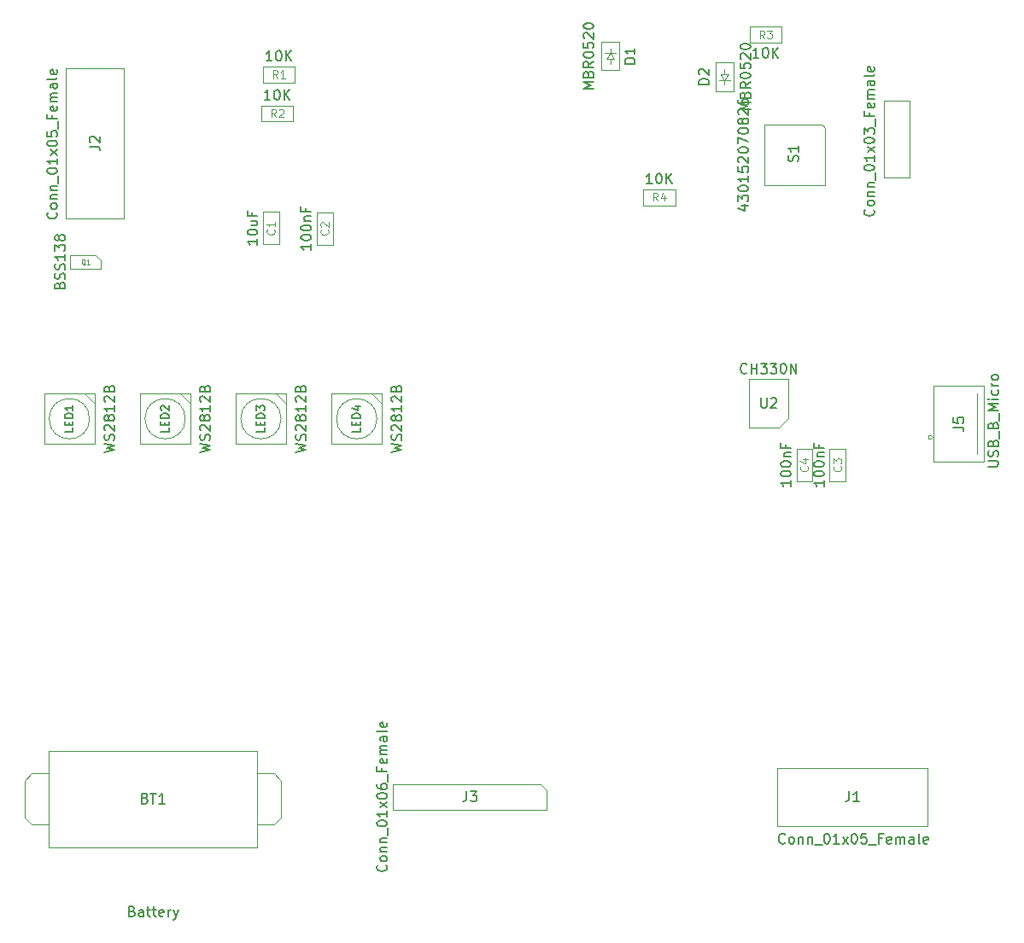
<source format=gbr>
G04 #@! TF.GenerationSoftware,KiCad,Pcbnew,(5.1.2)-1*
G04 #@! TF.CreationDate,2019-08-26T21:33:07-05:00*
G04 #@! TF.ProjectId,8266-dev,38323636-2d64-4657-962e-6b696361645f,rev?*
G04 #@! TF.SameCoordinates,Original*
G04 #@! TF.FileFunction,Other,Fab,Top*
%FSLAX46Y46*%
G04 Gerber Fmt 4.6, Leading zero omitted, Abs format (unit mm)*
G04 Created by KiCad (PCBNEW (5.1.2)-1) date 2019-08-26 21:33:07*
%MOMM*%
%LPD*%
G04 APERTURE LIST*
%ADD10C,0.100000*%
%ADD11C,0.150000*%
%ADD12C,0.120000*%
%ADD13C,0.075000*%
G04 APERTURE END LIST*
D10*
X90818200Y-131935180D02*
X111518200Y-131935180D01*
X90818200Y-122405180D02*
X111518200Y-122405180D01*
X90818200Y-131935180D02*
X90818200Y-122405180D01*
X111518200Y-131935180D02*
X111518200Y-122405180D01*
X111518200Y-129695180D02*
X113168200Y-129695180D01*
X111518200Y-124645180D02*
X113168200Y-124645180D01*
X113868200Y-125345180D02*
X113168200Y-124645180D01*
X113868200Y-128995180D02*
X113168200Y-129695180D01*
X113868200Y-125345180D02*
X113868200Y-128995180D01*
X90818200Y-124645180D02*
X89168200Y-124645180D01*
X90818200Y-129695180D02*
X89168200Y-129695180D01*
X88468200Y-125345180D02*
X89168200Y-124645180D01*
X88468200Y-128995180D02*
X89168200Y-129695180D01*
X88468200Y-125345180D02*
X88468200Y-128995180D01*
X112090300Y-68933720D02*
X113690300Y-68933720D01*
X113690300Y-68933720D02*
X113690300Y-72133720D01*
X113690300Y-72133720D02*
X112090300Y-72133720D01*
X112090300Y-72133720D02*
X112090300Y-68933720D01*
X115246760Y-54488180D02*
X115246760Y-56088180D01*
X115246760Y-56088180D02*
X112046760Y-56088180D01*
X112046760Y-56088180D02*
X112046760Y-54488180D01*
X112046760Y-54488180D02*
X115246760Y-54488180D01*
X111879120Y-58361680D02*
X115079120Y-58361680D01*
X111879120Y-59961680D02*
X111879120Y-58361680D01*
X115079120Y-59961680D02*
X111879120Y-59961680D01*
X115079120Y-58361680D02*
X115079120Y-59961680D01*
X163509300Y-52158800D02*
X160309300Y-52158800D01*
X163509300Y-50558800D02*
X163509300Y-52158800D01*
X160309300Y-50558800D02*
X163509300Y-50558800D01*
X160309300Y-52158800D02*
X160309300Y-50558800D01*
X152943360Y-66675100D02*
X152943360Y-68275100D01*
X152943360Y-68275100D02*
X149743360Y-68275100D01*
X149743360Y-68275100D02*
X149743360Y-66675100D01*
X149743360Y-66675100D02*
X152943360Y-66675100D01*
X167805360Y-60563780D02*
X167805360Y-66263780D01*
X167530360Y-60263780D02*
X161805360Y-60263780D01*
X167805360Y-60563780D02*
X167530360Y-60263780D01*
X161805360Y-60263780D02*
X161805360Y-66263780D01*
X161805360Y-66263780D02*
X167805360Y-66263780D01*
X177961480Y-124074200D02*
X177961480Y-129824200D01*
X163061480Y-129824200D02*
X177961480Y-129824200D01*
X163061480Y-124074200D02*
X177961480Y-124074200D01*
X163061480Y-124074200D02*
X163061480Y-129824200D01*
X98292640Y-69554280D02*
X92542640Y-69554280D01*
X92542640Y-54654280D02*
X92542640Y-69554280D01*
X98292640Y-54654280D02*
X98292640Y-69554280D01*
X98292640Y-54654280D02*
X92542640Y-54654280D01*
X140212530Y-126309200D02*
X140212530Y-128214200D01*
X140212530Y-128214200D02*
X124972530Y-128214200D01*
X124972530Y-128214200D02*
X124972530Y-125674200D01*
X124972530Y-125674200D02*
X139577530Y-125674200D01*
X139577530Y-125674200D02*
X140212530Y-126309200D01*
X173649640Y-57924700D02*
X173649640Y-65544700D01*
X176189640Y-57924700D02*
X173649640Y-57924700D01*
X176189640Y-65544700D02*
X173649640Y-65544700D01*
X176189640Y-57924700D02*
X176189640Y-65544700D01*
X117406520Y-68978980D02*
X119006520Y-68978980D01*
X119006520Y-68978980D02*
X119006520Y-72178980D01*
X119006520Y-72178980D02*
X117406520Y-72178980D01*
X117406520Y-72178980D02*
X117406520Y-68978980D01*
X94874000Y-89445000D02*
G75*
G03X94874000Y-89445000I-2000000J0D01*
G01*
X90374000Y-86945000D02*
X90374000Y-91945000D01*
X95374000Y-86945000D02*
X90374000Y-86945000D01*
X95374000Y-91945000D02*
X95374000Y-86945000D01*
X90374000Y-91945000D02*
X95374000Y-91945000D01*
X94374000Y-86945000D02*
X95374000Y-87945000D01*
X103869666Y-86945000D02*
X104869666Y-87945000D01*
X99869666Y-91945000D02*
X104869666Y-91945000D01*
X104869666Y-91945000D02*
X104869666Y-86945000D01*
X104869666Y-86945000D02*
X99869666Y-86945000D01*
X99869666Y-86945000D02*
X99869666Y-91945000D01*
X104369666Y-89445000D02*
G75*
G03X104369666Y-89445000I-2000000J0D01*
G01*
X113865332Y-89445000D02*
G75*
G03X113865332Y-89445000I-2000000J0D01*
G01*
X109365332Y-86945000D02*
X109365332Y-91945000D01*
X114365332Y-86945000D02*
X109365332Y-86945000D01*
X114365332Y-91945000D02*
X114365332Y-86945000D01*
X109365332Y-91945000D02*
X114365332Y-91945000D01*
X113365332Y-86945000D02*
X114365332Y-87945000D01*
X122861000Y-86945000D02*
X123861000Y-87945000D01*
X118861000Y-91945000D02*
X123861000Y-91945000D01*
X123861000Y-91945000D02*
X123861000Y-86945000D01*
X123861000Y-86945000D02*
X118861000Y-86945000D01*
X118861000Y-86945000D02*
X118861000Y-91945000D01*
X123361000Y-89445000D02*
G75*
G03X123361000Y-89445000I-2000000J0D01*
G01*
X95440500Y-73198000D02*
X92990500Y-73198000D01*
X96010500Y-73748000D02*
X96010500Y-74598000D01*
X95440500Y-73198000D02*
X96010500Y-73748000D01*
X96010500Y-74598000D02*
X92970500Y-74598000D01*
X92970500Y-73198000D02*
X92970500Y-74598000D01*
X183569500Y-86207400D02*
X178569500Y-86207400D01*
X182871204Y-92957400D02*
X182871204Y-86957400D01*
X183571204Y-93707400D02*
X183571204Y-86207400D01*
X178569500Y-93707400D02*
X178569500Y-86207400D01*
X183569500Y-93707400D02*
X178569500Y-93707400D01*
X178469500Y-91257400D02*
X178269500Y-91457400D01*
X178269500Y-91057400D02*
X178469500Y-91257400D01*
X178059500Y-91457400D02*
X178059500Y-91057400D01*
X178059500Y-91457400D02*
X178269500Y-91457400D01*
X178059500Y-91057400D02*
X178269500Y-91057400D01*
X163180900Y-90359400D02*
X160255900Y-90359400D01*
X160255900Y-90359400D02*
X160255900Y-85459400D01*
X160255900Y-85459400D02*
X164155900Y-85459400D01*
X164155900Y-85459400D02*
X164155900Y-89384400D01*
X164155900Y-89384400D02*
X163180900Y-90359400D01*
X168247699Y-92421301D02*
X169847699Y-92421301D01*
X169847699Y-92421301D02*
X169847699Y-95621301D01*
X169847699Y-95621301D02*
X168247699Y-95621301D01*
X168247699Y-95621301D02*
X168247699Y-92421301D01*
X164957699Y-95621301D02*
X164957699Y-92421301D01*
X166557699Y-95621301D02*
X164957699Y-95621301D01*
X166557699Y-92421301D02*
X166557699Y-95621301D01*
X164957699Y-92421301D02*
X166557699Y-92421301D01*
X146494500Y-53728700D02*
X146494500Y-54228700D01*
X146094500Y-53728700D02*
X146494500Y-53128700D01*
X146894500Y-53728700D02*
X146094500Y-53728700D01*
X146494500Y-53128700D02*
X146894500Y-53728700D01*
X146494500Y-53128700D02*
X145944500Y-53128700D01*
X146494500Y-53128700D02*
X147044500Y-53128700D01*
X146494500Y-52728700D02*
X146494500Y-53128700D01*
X145594500Y-52078700D02*
X147394500Y-52078700D01*
X145594500Y-54878700D02*
X145594500Y-52078700D01*
X147394500Y-54878700D02*
X145594500Y-54878700D01*
X147394500Y-52078700D02*
X147394500Y-54878700D01*
X156935600Y-56924400D02*
X156935600Y-54124400D01*
X156935600Y-54124400D02*
X158735600Y-54124400D01*
X158735600Y-54124400D02*
X158735600Y-56924400D01*
X158735600Y-56924400D02*
X156935600Y-56924400D01*
X157835600Y-56274400D02*
X157835600Y-55874400D01*
X157835600Y-55874400D02*
X157285600Y-55874400D01*
X157835600Y-55874400D02*
X158385600Y-55874400D01*
X157835600Y-55874400D02*
X157435600Y-55274400D01*
X157435600Y-55274400D02*
X158235600Y-55274400D01*
X158235600Y-55274400D02*
X157835600Y-55874400D01*
X157835600Y-55274400D02*
X157835600Y-54774400D01*
D11*
X99096771Y-138298751D02*
X99239628Y-138346370D01*
X99287247Y-138393989D01*
X99334866Y-138489227D01*
X99334866Y-138632084D01*
X99287247Y-138727322D01*
X99239628Y-138774941D01*
X99144390Y-138822560D01*
X98763438Y-138822560D01*
X98763438Y-137822560D01*
X99096771Y-137822560D01*
X99192009Y-137870180D01*
X99239628Y-137917799D01*
X99287247Y-138013037D01*
X99287247Y-138108275D01*
X99239628Y-138203513D01*
X99192009Y-138251132D01*
X99096771Y-138298751D01*
X98763438Y-138298751D01*
X100192009Y-138822560D02*
X100192009Y-138298751D01*
X100144390Y-138203513D01*
X100049152Y-138155894D01*
X99858676Y-138155894D01*
X99763438Y-138203513D01*
X100192009Y-138774941D02*
X100096771Y-138822560D01*
X99858676Y-138822560D01*
X99763438Y-138774941D01*
X99715819Y-138679703D01*
X99715819Y-138584465D01*
X99763438Y-138489227D01*
X99858676Y-138441608D01*
X100096771Y-138441608D01*
X100192009Y-138393989D01*
X100525342Y-138155894D02*
X100906295Y-138155894D01*
X100668200Y-137822560D02*
X100668200Y-138679703D01*
X100715819Y-138774941D01*
X100811057Y-138822560D01*
X100906295Y-138822560D01*
X101096771Y-138155894D02*
X101477723Y-138155894D01*
X101239628Y-137822560D02*
X101239628Y-138679703D01*
X101287247Y-138774941D01*
X101382485Y-138822560D01*
X101477723Y-138822560D01*
X102192009Y-138774941D02*
X102096771Y-138822560D01*
X101906295Y-138822560D01*
X101811057Y-138774941D01*
X101763438Y-138679703D01*
X101763438Y-138298751D01*
X101811057Y-138203513D01*
X101906295Y-138155894D01*
X102096771Y-138155894D01*
X102192009Y-138203513D01*
X102239628Y-138298751D01*
X102239628Y-138393989D01*
X101763438Y-138489227D01*
X102668200Y-138822560D02*
X102668200Y-138155894D01*
X102668200Y-138346370D02*
X102715819Y-138251132D01*
X102763438Y-138203513D01*
X102858676Y-138155894D01*
X102953914Y-138155894D01*
X103192009Y-138155894D02*
X103430104Y-138822560D01*
X103668200Y-138155894D02*
X103430104Y-138822560D01*
X103334866Y-139060656D01*
X103287247Y-139108275D01*
X103192009Y-139155894D01*
X100382485Y-127098751D02*
X100525342Y-127146370D01*
X100572961Y-127193989D01*
X100620580Y-127289227D01*
X100620580Y-127432084D01*
X100572961Y-127527322D01*
X100525342Y-127574941D01*
X100430104Y-127622560D01*
X100049152Y-127622560D01*
X100049152Y-126622560D01*
X100382485Y-126622560D01*
X100477723Y-126670180D01*
X100525342Y-126717799D01*
X100572961Y-126813037D01*
X100572961Y-126908275D01*
X100525342Y-127003513D01*
X100477723Y-127051132D01*
X100382485Y-127098751D01*
X100049152Y-127098751D01*
X100906295Y-126622560D02*
X101477723Y-126622560D01*
X101192009Y-127622560D02*
X101192009Y-126622560D01*
X102334866Y-127622560D02*
X101763438Y-127622560D01*
X102049152Y-127622560D02*
X102049152Y-126622560D01*
X101953914Y-126765418D01*
X101858676Y-126860656D01*
X101763438Y-126908275D01*
X111522680Y-71605148D02*
X111522680Y-72176577D01*
X111522680Y-71890862D02*
X110522680Y-71890862D01*
X110665538Y-71986100D01*
X110760776Y-72081339D01*
X110808395Y-72176577D01*
X110522680Y-70986100D02*
X110522680Y-70890862D01*
X110570300Y-70795624D01*
X110617919Y-70748005D01*
X110713157Y-70700386D01*
X110903633Y-70652767D01*
X111141728Y-70652767D01*
X111332204Y-70700386D01*
X111427442Y-70748005D01*
X111475061Y-70795624D01*
X111522680Y-70890862D01*
X111522680Y-70986100D01*
X111475061Y-71081339D01*
X111427442Y-71128958D01*
X111332204Y-71176577D01*
X111141728Y-71224196D01*
X110903633Y-71224196D01*
X110713157Y-71176577D01*
X110617919Y-71128958D01*
X110570300Y-71081339D01*
X110522680Y-70986100D01*
X110856014Y-69795624D02*
X111522680Y-69795624D01*
X110856014Y-70224196D02*
X111379823Y-70224196D01*
X111475061Y-70176577D01*
X111522680Y-70081339D01*
X111522680Y-69938481D01*
X111475061Y-69843243D01*
X111427442Y-69795624D01*
X110998871Y-68986100D02*
X110998871Y-69319434D01*
X111522680Y-69319434D02*
X110522680Y-69319434D01*
X110522680Y-68843243D01*
D12*
X113176014Y-70667053D02*
X113214109Y-70705148D01*
X113252204Y-70819434D01*
X113252204Y-70895624D01*
X113214109Y-71009910D01*
X113137919Y-71086100D01*
X113061728Y-71124196D01*
X112909347Y-71162291D01*
X112795061Y-71162291D01*
X112642680Y-71124196D01*
X112566490Y-71086100D01*
X112490300Y-71009910D01*
X112452204Y-70895624D01*
X112452204Y-70819434D01*
X112490300Y-70705148D01*
X112528395Y-70667053D01*
X113252204Y-69905148D02*
X113252204Y-70362291D01*
X113252204Y-70133720D02*
X112452204Y-70133720D01*
X112566490Y-70209910D01*
X112642680Y-70286100D01*
X112680776Y-70362291D01*
D11*
X112956283Y-53920560D02*
X112384855Y-53920560D01*
X112670569Y-53920560D02*
X112670569Y-52920560D01*
X112575331Y-53063418D01*
X112480093Y-53158656D01*
X112384855Y-53206275D01*
X113575331Y-52920560D02*
X113670569Y-52920560D01*
X113765807Y-52968180D01*
X113813426Y-53015799D01*
X113861045Y-53111037D01*
X113908664Y-53301513D01*
X113908664Y-53539608D01*
X113861045Y-53730084D01*
X113813426Y-53825322D01*
X113765807Y-53872941D01*
X113670569Y-53920560D01*
X113575331Y-53920560D01*
X113480093Y-53872941D01*
X113432474Y-53825322D01*
X113384855Y-53730084D01*
X113337236Y-53539608D01*
X113337236Y-53301513D01*
X113384855Y-53111037D01*
X113432474Y-53015799D01*
X113480093Y-52968180D01*
X113575331Y-52920560D01*
X114337236Y-53920560D02*
X114337236Y-52920560D01*
X114908664Y-53920560D02*
X114480093Y-53349132D01*
X114908664Y-52920560D02*
X114337236Y-53491989D01*
D12*
X113513426Y-55650084D02*
X113246760Y-55269132D01*
X113056283Y-55650084D02*
X113056283Y-54850084D01*
X113361045Y-54850084D01*
X113437236Y-54888180D01*
X113475331Y-54926275D01*
X113513426Y-55002465D01*
X113513426Y-55116751D01*
X113475331Y-55192941D01*
X113437236Y-55231037D01*
X113361045Y-55269132D01*
X113056283Y-55269132D01*
X114275331Y-55650084D02*
X113818188Y-55650084D01*
X114046760Y-55650084D02*
X114046760Y-54850084D01*
X113970569Y-54964370D01*
X113894379Y-55040560D01*
X113818188Y-55078656D01*
D11*
X112788643Y-57794060D02*
X112217215Y-57794060D01*
X112502929Y-57794060D02*
X112502929Y-56794060D01*
X112407691Y-56936918D01*
X112312453Y-57032156D01*
X112217215Y-57079775D01*
X113407691Y-56794060D02*
X113502929Y-56794060D01*
X113598167Y-56841680D01*
X113645786Y-56889299D01*
X113693405Y-56984537D01*
X113741024Y-57175013D01*
X113741024Y-57413108D01*
X113693405Y-57603584D01*
X113645786Y-57698822D01*
X113598167Y-57746441D01*
X113502929Y-57794060D01*
X113407691Y-57794060D01*
X113312453Y-57746441D01*
X113264834Y-57698822D01*
X113217215Y-57603584D01*
X113169596Y-57413108D01*
X113169596Y-57175013D01*
X113217215Y-56984537D01*
X113264834Y-56889299D01*
X113312453Y-56841680D01*
X113407691Y-56794060D01*
X114169596Y-57794060D02*
X114169596Y-56794060D01*
X114741024Y-57794060D02*
X114312453Y-57222632D01*
X114741024Y-56794060D02*
X114169596Y-57365489D01*
D12*
X113345786Y-59523584D02*
X113079120Y-59142632D01*
X112888643Y-59523584D02*
X112888643Y-58723584D01*
X113193405Y-58723584D01*
X113269596Y-58761680D01*
X113307691Y-58799775D01*
X113345786Y-58875965D01*
X113345786Y-58990251D01*
X113307691Y-59066441D01*
X113269596Y-59104537D01*
X113193405Y-59142632D01*
X112888643Y-59142632D01*
X113650548Y-58799775D02*
X113688643Y-58761680D01*
X113764834Y-58723584D01*
X113955310Y-58723584D01*
X114031500Y-58761680D01*
X114069596Y-58799775D01*
X114107691Y-58875965D01*
X114107691Y-58952156D01*
X114069596Y-59066441D01*
X113612453Y-59523584D01*
X114107691Y-59523584D01*
D11*
X161218823Y-53631180D02*
X160647395Y-53631180D01*
X160933109Y-53631180D02*
X160933109Y-52631180D01*
X160837871Y-52774038D01*
X160742633Y-52869276D01*
X160647395Y-52916895D01*
X161837871Y-52631180D02*
X161933109Y-52631180D01*
X162028347Y-52678800D01*
X162075966Y-52726419D01*
X162123585Y-52821657D01*
X162171204Y-53012133D01*
X162171204Y-53250228D01*
X162123585Y-53440704D01*
X162075966Y-53535942D01*
X162028347Y-53583561D01*
X161933109Y-53631180D01*
X161837871Y-53631180D01*
X161742633Y-53583561D01*
X161695014Y-53535942D01*
X161647395Y-53440704D01*
X161599776Y-53250228D01*
X161599776Y-53012133D01*
X161647395Y-52821657D01*
X161695014Y-52726419D01*
X161742633Y-52678800D01*
X161837871Y-52631180D01*
X162599776Y-53631180D02*
X162599776Y-52631180D01*
X163171204Y-53631180D02*
X162742633Y-53059752D01*
X163171204Y-52631180D02*
X162599776Y-53202609D01*
D12*
X161775966Y-51720704D02*
X161509300Y-51339752D01*
X161318823Y-51720704D02*
X161318823Y-50920704D01*
X161623585Y-50920704D01*
X161699776Y-50958800D01*
X161737871Y-50996895D01*
X161775966Y-51073085D01*
X161775966Y-51187371D01*
X161737871Y-51263561D01*
X161699776Y-51301657D01*
X161623585Y-51339752D01*
X161318823Y-51339752D01*
X162042633Y-50920704D02*
X162537871Y-50920704D01*
X162271204Y-51225466D01*
X162385490Y-51225466D01*
X162461680Y-51263561D01*
X162499776Y-51301657D01*
X162537871Y-51377847D01*
X162537871Y-51568323D01*
X162499776Y-51644514D01*
X162461680Y-51682609D01*
X162385490Y-51720704D01*
X162156919Y-51720704D01*
X162080728Y-51682609D01*
X162042633Y-51644514D01*
D11*
X150652883Y-66107480D02*
X150081455Y-66107480D01*
X150367169Y-66107480D02*
X150367169Y-65107480D01*
X150271931Y-65250338D01*
X150176693Y-65345576D01*
X150081455Y-65393195D01*
X151271931Y-65107480D02*
X151367169Y-65107480D01*
X151462407Y-65155100D01*
X151510026Y-65202719D01*
X151557645Y-65297957D01*
X151605264Y-65488433D01*
X151605264Y-65726528D01*
X151557645Y-65917004D01*
X151510026Y-66012242D01*
X151462407Y-66059861D01*
X151367169Y-66107480D01*
X151271931Y-66107480D01*
X151176693Y-66059861D01*
X151129074Y-66012242D01*
X151081455Y-65917004D01*
X151033836Y-65726528D01*
X151033836Y-65488433D01*
X151081455Y-65297957D01*
X151129074Y-65202719D01*
X151176693Y-65155100D01*
X151271931Y-65107480D01*
X152033836Y-66107480D02*
X152033836Y-65107480D01*
X152605264Y-66107480D02*
X152176693Y-65536052D01*
X152605264Y-65107480D02*
X152033836Y-65678909D01*
D12*
X151210026Y-67837004D02*
X150943360Y-67456052D01*
X150752883Y-67837004D02*
X150752883Y-67037004D01*
X151057645Y-67037004D01*
X151133836Y-67075100D01*
X151171931Y-67113195D01*
X151210026Y-67189385D01*
X151210026Y-67303671D01*
X151171931Y-67379861D01*
X151133836Y-67417957D01*
X151057645Y-67456052D01*
X150752883Y-67456052D01*
X151895740Y-67303671D02*
X151895740Y-67837004D01*
X151705264Y-66998909D02*
X151514788Y-67570338D01*
X152010026Y-67570338D01*
D11*
X159511074Y-68311399D02*
X160177740Y-68311399D01*
X159130121Y-68549494D02*
X159844407Y-68787589D01*
X159844407Y-68168541D01*
X159177740Y-67882827D02*
X159177740Y-67263780D01*
X159558693Y-67597113D01*
X159558693Y-67454256D01*
X159606312Y-67359018D01*
X159653931Y-67311399D01*
X159749169Y-67263780D01*
X159987264Y-67263780D01*
X160082502Y-67311399D01*
X160130121Y-67359018D01*
X160177740Y-67454256D01*
X160177740Y-67739970D01*
X160130121Y-67835208D01*
X160082502Y-67882827D01*
X159177740Y-66644732D02*
X159177740Y-66549494D01*
X159225360Y-66454256D01*
X159272979Y-66406637D01*
X159368217Y-66359018D01*
X159558693Y-66311399D01*
X159796788Y-66311399D01*
X159987264Y-66359018D01*
X160082502Y-66406637D01*
X160130121Y-66454256D01*
X160177740Y-66549494D01*
X160177740Y-66644732D01*
X160130121Y-66739970D01*
X160082502Y-66787589D01*
X159987264Y-66835208D01*
X159796788Y-66882827D01*
X159558693Y-66882827D01*
X159368217Y-66835208D01*
X159272979Y-66787589D01*
X159225360Y-66739970D01*
X159177740Y-66644732D01*
X160177740Y-65359018D02*
X160177740Y-65930446D01*
X160177740Y-65644732D02*
X159177740Y-65644732D01*
X159320598Y-65739970D01*
X159415836Y-65835208D01*
X159463455Y-65930446D01*
X159177740Y-64454256D02*
X159177740Y-64930446D01*
X159653931Y-64978065D01*
X159606312Y-64930446D01*
X159558693Y-64835208D01*
X159558693Y-64597113D01*
X159606312Y-64501875D01*
X159653931Y-64454256D01*
X159749169Y-64406637D01*
X159987264Y-64406637D01*
X160082502Y-64454256D01*
X160130121Y-64501875D01*
X160177740Y-64597113D01*
X160177740Y-64835208D01*
X160130121Y-64930446D01*
X160082502Y-64978065D01*
X159272979Y-64025684D02*
X159225360Y-63978065D01*
X159177740Y-63882827D01*
X159177740Y-63644732D01*
X159225360Y-63549494D01*
X159272979Y-63501875D01*
X159368217Y-63454256D01*
X159463455Y-63454256D01*
X159606312Y-63501875D01*
X160177740Y-64073303D01*
X160177740Y-63454256D01*
X159177740Y-62835208D02*
X159177740Y-62739970D01*
X159225360Y-62644732D01*
X159272979Y-62597113D01*
X159368217Y-62549494D01*
X159558693Y-62501875D01*
X159796788Y-62501875D01*
X159987264Y-62549494D01*
X160082502Y-62597113D01*
X160130121Y-62644732D01*
X160177740Y-62739970D01*
X160177740Y-62835208D01*
X160130121Y-62930446D01*
X160082502Y-62978065D01*
X159987264Y-63025684D01*
X159796788Y-63073303D01*
X159558693Y-63073303D01*
X159368217Y-63025684D01*
X159272979Y-62978065D01*
X159225360Y-62930446D01*
X159177740Y-62835208D01*
X159177740Y-62168541D02*
X159177740Y-61501875D01*
X160177740Y-61930446D01*
X159177740Y-60930446D02*
X159177740Y-60835208D01*
X159225360Y-60739970D01*
X159272979Y-60692351D01*
X159368217Y-60644732D01*
X159558693Y-60597113D01*
X159796788Y-60597113D01*
X159987264Y-60644732D01*
X160082502Y-60692351D01*
X160130121Y-60739970D01*
X160177740Y-60835208D01*
X160177740Y-60930446D01*
X160130121Y-61025684D01*
X160082502Y-61073303D01*
X159987264Y-61120922D01*
X159796788Y-61168541D01*
X159558693Y-61168541D01*
X159368217Y-61120922D01*
X159272979Y-61073303D01*
X159225360Y-61025684D01*
X159177740Y-60930446D01*
X159606312Y-60025684D02*
X159558693Y-60120922D01*
X159511074Y-60168541D01*
X159415836Y-60216160D01*
X159368217Y-60216160D01*
X159272979Y-60168541D01*
X159225360Y-60120922D01*
X159177740Y-60025684D01*
X159177740Y-59835208D01*
X159225360Y-59739970D01*
X159272979Y-59692351D01*
X159368217Y-59644732D01*
X159415836Y-59644732D01*
X159511074Y-59692351D01*
X159558693Y-59739970D01*
X159606312Y-59835208D01*
X159606312Y-60025684D01*
X159653931Y-60120922D01*
X159701550Y-60168541D01*
X159796788Y-60216160D01*
X159987264Y-60216160D01*
X160082502Y-60168541D01*
X160130121Y-60120922D01*
X160177740Y-60025684D01*
X160177740Y-59835208D01*
X160130121Y-59739970D01*
X160082502Y-59692351D01*
X159987264Y-59644732D01*
X159796788Y-59644732D01*
X159701550Y-59692351D01*
X159653931Y-59739970D01*
X159606312Y-59835208D01*
X159272979Y-59263780D02*
X159225360Y-59216160D01*
X159177740Y-59120922D01*
X159177740Y-58882827D01*
X159225360Y-58787589D01*
X159272979Y-58739970D01*
X159368217Y-58692351D01*
X159463455Y-58692351D01*
X159606312Y-58739970D01*
X160177740Y-59311399D01*
X160177740Y-58692351D01*
X159177740Y-57835208D02*
X159177740Y-58025684D01*
X159225360Y-58120922D01*
X159272979Y-58168541D01*
X159415836Y-58263780D01*
X159606312Y-58311399D01*
X159987264Y-58311399D01*
X160082502Y-58263780D01*
X160130121Y-58216160D01*
X160177740Y-58120922D01*
X160177740Y-57930446D01*
X160130121Y-57835208D01*
X160082502Y-57787589D01*
X159987264Y-57739970D01*
X159749169Y-57739970D01*
X159653931Y-57787589D01*
X159606312Y-57835208D01*
X159558693Y-57930446D01*
X159558693Y-58120922D01*
X159606312Y-58216160D01*
X159653931Y-58263780D01*
X159749169Y-58311399D01*
X165085121Y-63900684D02*
X165132740Y-63757827D01*
X165132740Y-63519732D01*
X165085121Y-63424494D01*
X165037502Y-63376875D01*
X164942264Y-63329256D01*
X164847026Y-63329256D01*
X164751788Y-63376875D01*
X164704169Y-63424494D01*
X164656550Y-63519732D01*
X164608931Y-63710208D01*
X164561312Y-63805446D01*
X164513693Y-63853065D01*
X164418455Y-63900684D01*
X164323217Y-63900684D01*
X164227979Y-63853065D01*
X164180360Y-63805446D01*
X164132740Y-63710208D01*
X164132740Y-63472113D01*
X164180360Y-63329256D01*
X165132740Y-62376875D02*
X165132740Y-62948303D01*
X165132740Y-62662589D02*
X164132740Y-62662589D01*
X164275598Y-62757827D01*
X164370836Y-62853065D01*
X164418455Y-62948303D01*
X163825765Y-131506342D02*
X163778146Y-131553961D01*
X163635289Y-131601580D01*
X163540051Y-131601580D01*
X163397194Y-131553961D01*
X163301956Y-131458723D01*
X163254337Y-131363485D01*
X163206718Y-131173009D01*
X163206718Y-131030152D01*
X163254337Y-130839676D01*
X163301956Y-130744438D01*
X163397194Y-130649200D01*
X163540051Y-130601580D01*
X163635289Y-130601580D01*
X163778146Y-130649200D01*
X163825765Y-130696819D01*
X164397194Y-131601580D02*
X164301956Y-131553961D01*
X164254337Y-131506342D01*
X164206718Y-131411104D01*
X164206718Y-131125390D01*
X164254337Y-131030152D01*
X164301956Y-130982533D01*
X164397194Y-130934914D01*
X164540051Y-130934914D01*
X164635289Y-130982533D01*
X164682908Y-131030152D01*
X164730527Y-131125390D01*
X164730527Y-131411104D01*
X164682908Y-131506342D01*
X164635289Y-131553961D01*
X164540051Y-131601580D01*
X164397194Y-131601580D01*
X165159099Y-130934914D02*
X165159099Y-131601580D01*
X165159099Y-131030152D02*
X165206718Y-130982533D01*
X165301956Y-130934914D01*
X165444813Y-130934914D01*
X165540051Y-130982533D01*
X165587670Y-131077771D01*
X165587670Y-131601580D01*
X166063860Y-130934914D02*
X166063860Y-131601580D01*
X166063860Y-131030152D02*
X166111480Y-130982533D01*
X166206718Y-130934914D01*
X166349575Y-130934914D01*
X166444813Y-130982533D01*
X166492432Y-131077771D01*
X166492432Y-131601580D01*
X166730527Y-131696819D02*
X167492432Y-131696819D01*
X167921003Y-130601580D02*
X168016241Y-130601580D01*
X168111480Y-130649200D01*
X168159099Y-130696819D01*
X168206718Y-130792057D01*
X168254337Y-130982533D01*
X168254337Y-131220628D01*
X168206718Y-131411104D01*
X168159099Y-131506342D01*
X168111480Y-131553961D01*
X168016241Y-131601580D01*
X167921003Y-131601580D01*
X167825765Y-131553961D01*
X167778146Y-131506342D01*
X167730527Y-131411104D01*
X167682908Y-131220628D01*
X167682908Y-130982533D01*
X167730527Y-130792057D01*
X167778146Y-130696819D01*
X167825765Y-130649200D01*
X167921003Y-130601580D01*
X169206718Y-131601580D02*
X168635289Y-131601580D01*
X168921003Y-131601580D02*
X168921003Y-130601580D01*
X168825765Y-130744438D01*
X168730527Y-130839676D01*
X168635289Y-130887295D01*
X169540051Y-131601580D02*
X170063860Y-130934914D01*
X169540051Y-130934914D02*
X170063860Y-131601580D01*
X170635289Y-130601580D02*
X170730527Y-130601580D01*
X170825765Y-130649200D01*
X170873384Y-130696819D01*
X170921003Y-130792057D01*
X170968622Y-130982533D01*
X170968622Y-131220628D01*
X170921003Y-131411104D01*
X170873384Y-131506342D01*
X170825765Y-131553961D01*
X170730527Y-131601580D01*
X170635289Y-131601580D01*
X170540051Y-131553961D01*
X170492432Y-131506342D01*
X170444813Y-131411104D01*
X170397194Y-131220628D01*
X170397194Y-130982533D01*
X170444813Y-130792057D01*
X170492432Y-130696819D01*
X170540051Y-130649200D01*
X170635289Y-130601580D01*
X171873384Y-130601580D02*
X171397194Y-130601580D01*
X171349575Y-131077771D01*
X171397194Y-131030152D01*
X171492432Y-130982533D01*
X171730527Y-130982533D01*
X171825765Y-131030152D01*
X171873384Y-131077771D01*
X171921003Y-131173009D01*
X171921003Y-131411104D01*
X171873384Y-131506342D01*
X171825765Y-131553961D01*
X171730527Y-131601580D01*
X171492432Y-131601580D01*
X171397194Y-131553961D01*
X171349575Y-131506342D01*
X172111480Y-131696819D02*
X172873384Y-131696819D01*
X173444813Y-131077771D02*
X173111480Y-131077771D01*
X173111480Y-131601580D02*
X173111480Y-130601580D01*
X173587670Y-130601580D01*
X174349575Y-131553961D02*
X174254337Y-131601580D01*
X174063860Y-131601580D01*
X173968622Y-131553961D01*
X173921003Y-131458723D01*
X173921003Y-131077771D01*
X173968622Y-130982533D01*
X174063860Y-130934914D01*
X174254337Y-130934914D01*
X174349575Y-130982533D01*
X174397194Y-131077771D01*
X174397194Y-131173009D01*
X173921003Y-131268247D01*
X174825765Y-131601580D02*
X174825765Y-130934914D01*
X174825765Y-131030152D02*
X174873384Y-130982533D01*
X174968622Y-130934914D01*
X175111480Y-130934914D01*
X175206718Y-130982533D01*
X175254337Y-131077771D01*
X175254337Y-131601580D01*
X175254337Y-131077771D02*
X175301956Y-130982533D01*
X175397194Y-130934914D01*
X175540051Y-130934914D01*
X175635289Y-130982533D01*
X175682908Y-131077771D01*
X175682908Y-131601580D01*
X176587670Y-131601580D02*
X176587670Y-131077771D01*
X176540051Y-130982533D01*
X176444813Y-130934914D01*
X176254337Y-130934914D01*
X176159099Y-130982533D01*
X176587670Y-131553961D02*
X176492432Y-131601580D01*
X176254337Y-131601580D01*
X176159099Y-131553961D01*
X176111480Y-131458723D01*
X176111480Y-131363485D01*
X176159099Y-131268247D01*
X176254337Y-131220628D01*
X176492432Y-131220628D01*
X176587670Y-131173009D01*
X177206718Y-131601580D02*
X177111480Y-131553961D01*
X177063860Y-131458723D01*
X177063860Y-130601580D01*
X177968622Y-131553961D02*
X177873384Y-131601580D01*
X177682908Y-131601580D01*
X177587670Y-131553961D01*
X177540051Y-131458723D01*
X177540051Y-131077771D01*
X177587670Y-130982533D01*
X177682908Y-130934914D01*
X177873384Y-130934914D01*
X177968622Y-130982533D01*
X178016241Y-131077771D01*
X178016241Y-131173009D01*
X177540051Y-131268247D01*
X170178146Y-126401580D02*
X170178146Y-127115866D01*
X170130527Y-127258723D01*
X170035289Y-127353961D01*
X169892432Y-127401580D01*
X169797194Y-127401580D01*
X171178146Y-127401580D02*
X170606718Y-127401580D01*
X170892432Y-127401580D02*
X170892432Y-126401580D01*
X170797194Y-126544438D01*
X170701956Y-126639676D01*
X170606718Y-126687295D01*
X91574782Y-68989994D02*
X91622401Y-69037613D01*
X91670020Y-69180470D01*
X91670020Y-69275708D01*
X91622401Y-69418565D01*
X91527163Y-69513803D01*
X91431925Y-69561422D01*
X91241449Y-69609041D01*
X91098592Y-69609041D01*
X90908116Y-69561422D01*
X90812878Y-69513803D01*
X90717640Y-69418565D01*
X90670020Y-69275708D01*
X90670020Y-69180470D01*
X90717640Y-69037613D01*
X90765259Y-68989994D01*
X91670020Y-68418565D02*
X91622401Y-68513803D01*
X91574782Y-68561422D01*
X91479544Y-68609041D01*
X91193830Y-68609041D01*
X91098592Y-68561422D01*
X91050973Y-68513803D01*
X91003354Y-68418565D01*
X91003354Y-68275708D01*
X91050973Y-68180470D01*
X91098592Y-68132851D01*
X91193830Y-68085232D01*
X91479544Y-68085232D01*
X91574782Y-68132851D01*
X91622401Y-68180470D01*
X91670020Y-68275708D01*
X91670020Y-68418565D01*
X91003354Y-67656660D02*
X91670020Y-67656660D01*
X91098592Y-67656660D02*
X91050973Y-67609041D01*
X91003354Y-67513803D01*
X91003354Y-67370946D01*
X91050973Y-67275708D01*
X91146211Y-67228089D01*
X91670020Y-67228089D01*
X91003354Y-66751899D02*
X91670020Y-66751899D01*
X91098592Y-66751899D02*
X91050973Y-66704280D01*
X91003354Y-66609041D01*
X91003354Y-66466184D01*
X91050973Y-66370946D01*
X91146211Y-66323327D01*
X91670020Y-66323327D01*
X91765259Y-66085232D02*
X91765259Y-65323327D01*
X90670020Y-64894756D02*
X90670020Y-64799518D01*
X90717640Y-64704280D01*
X90765259Y-64656660D01*
X90860497Y-64609041D01*
X91050973Y-64561422D01*
X91289068Y-64561422D01*
X91479544Y-64609041D01*
X91574782Y-64656660D01*
X91622401Y-64704280D01*
X91670020Y-64799518D01*
X91670020Y-64894756D01*
X91622401Y-64989994D01*
X91574782Y-65037613D01*
X91479544Y-65085232D01*
X91289068Y-65132851D01*
X91050973Y-65132851D01*
X90860497Y-65085232D01*
X90765259Y-65037613D01*
X90717640Y-64989994D01*
X90670020Y-64894756D01*
X91670020Y-63609041D02*
X91670020Y-64180470D01*
X91670020Y-63894756D02*
X90670020Y-63894756D01*
X90812878Y-63989994D01*
X90908116Y-64085232D01*
X90955735Y-64180470D01*
X91670020Y-63275708D02*
X91003354Y-62751899D01*
X91003354Y-63275708D02*
X91670020Y-62751899D01*
X90670020Y-62180470D02*
X90670020Y-62085232D01*
X90717640Y-61989994D01*
X90765259Y-61942375D01*
X90860497Y-61894756D01*
X91050973Y-61847137D01*
X91289068Y-61847137D01*
X91479544Y-61894756D01*
X91574782Y-61942375D01*
X91622401Y-61989994D01*
X91670020Y-62085232D01*
X91670020Y-62180470D01*
X91622401Y-62275708D01*
X91574782Y-62323327D01*
X91479544Y-62370946D01*
X91289068Y-62418565D01*
X91050973Y-62418565D01*
X90860497Y-62370946D01*
X90765259Y-62323327D01*
X90717640Y-62275708D01*
X90670020Y-62180470D01*
X90670020Y-60942375D02*
X90670020Y-61418565D01*
X91146211Y-61466184D01*
X91098592Y-61418565D01*
X91050973Y-61323327D01*
X91050973Y-61085232D01*
X91098592Y-60989994D01*
X91146211Y-60942375D01*
X91241449Y-60894756D01*
X91479544Y-60894756D01*
X91574782Y-60942375D01*
X91622401Y-60989994D01*
X91670020Y-61085232D01*
X91670020Y-61323327D01*
X91622401Y-61418565D01*
X91574782Y-61466184D01*
X91765259Y-60704280D02*
X91765259Y-59942375D01*
X91146211Y-59370946D02*
X91146211Y-59704280D01*
X91670020Y-59704280D02*
X90670020Y-59704280D01*
X90670020Y-59228089D01*
X91622401Y-58466184D02*
X91670020Y-58561422D01*
X91670020Y-58751899D01*
X91622401Y-58847137D01*
X91527163Y-58894756D01*
X91146211Y-58894756D01*
X91050973Y-58847137D01*
X91003354Y-58751899D01*
X91003354Y-58561422D01*
X91050973Y-58466184D01*
X91146211Y-58418565D01*
X91241449Y-58418565D01*
X91336687Y-58894756D01*
X91670020Y-57989994D02*
X91003354Y-57989994D01*
X91098592Y-57989994D02*
X91050973Y-57942375D01*
X91003354Y-57847137D01*
X91003354Y-57704280D01*
X91050973Y-57609041D01*
X91146211Y-57561422D01*
X91670020Y-57561422D01*
X91146211Y-57561422D02*
X91050973Y-57513803D01*
X91003354Y-57418565D01*
X91003354Y-57275708D01*
X91050973Y-57180470D01*
X91146211Y-57132851D01*
X91670020Y-57132851D01*
X91670020Y-56228089D02*
X91146211Y-56228089D01*
X91050973Y-56275708D01*
X91003354Y-56370946D01*
X91003354Y-56561422D01*
X91050973Y-56656660D01*
X91622401Y-56228089D02*
X91670020Y-56323327D01*
X91670020Y-56561422D01*
X91622401Y-56656660D01*
X91527163Y-56704280D01*
X91431925Y-56704280D01*
X91336687Y-56656660D01*
X91289068Y-56561422D01*
X91289068Y-56323327D01*
X91241449Y-56228089D01*
X91670020Y-55609041D02*
X91622401Y-55704280D01*
X91527163Y-55751899D01*
X90670020Y-55751899D01*
X91622401Y-54847137D02*
X91670020Y-54942375D01*
X91670020Y-55132851D01*
X91622401Y-55228089D01*
X91527163Y-55275708D01*
X91146211Y-55275708D01*
X91050973Y-55228089D01*
X91003354Y-55132851D01*
X91003354Y-54942375D01*
X91050973Y-54847137D01*
X91146211Y-54799518D01*
X91241449Y-54799518D01*
X91336687Y-55275708D01*
X94870020Y-62437613D02*
X95584306Y-62437613D01*
X95727163Y-62485232D01*
X95822401Y-62580470D01*
X95870020Y-62723327D01*
X95870020Y-62818565D01*
X94965259Y-62009041D02*
X94917640Y-61961422D01*
X94870020Y-61866184D01*
X94870020Y-61628089D01*
X94917640Y-61532851D01*
X94965259Y-61485232D01*
X95060497Y-61437613D01*
X95155735Y-61437613D01*
X95298592Y-61485232D01*
X95870020Y-62056660D01*
X95870020Y-61437613D01*
X124269672Y-133729914D02*
X124317291Y-133777533D01*
X124364910Y-133920390D01*
X124364910Y-134015628D01*
X124317291Y-134158485D01*
X124222053Y-134253723D01*
X124126815Y-134301342D01*
X123936339Y-134348961D01*
X123793482Y-134348961D01*
X123603006Y-134301342D01*
X123507768Y-134253723D01*
X123412530Y-134158485D01*
X123364910Y-134015628D01*
X123364910Y-133920390D01*
X123412530Y-133777533D01*
X123460149Y-133729914D01*
X124364910Y-133158485D02*
X124317291Y-133253723D01*
X124269672Y-133301342D01*
X124174434Y-133348961D01*
X123888720Y-133348961D01*
X123793482Y-133301342D01*
X123745863Y-133253723D01*
X123698244Y-133158485D01*
X123698244Y-133015628D01*
X123745863Y-132920390D01*
X123793482Y-132872771D01*
X123888720Y-132825152D01*
X124174434Y-132825152D01*
X124269672Y-132872771D01*
X124317291Y-132920390D01*
X124364910Y-133015628D01*
X124364910Y-133158485D01*
X123698244Y-132396580D02*
X124364910Y-132396580D01*
X123793482Y-132396580D02*
X123745863Y-132348961D01*
X123698244Y-132253723D01*
X123698244Y-132110866D01*
X123745863Y-132015628D01*
X123841101Y-131968009D01*
X124364910Y-131968009D01*
X123698244Y-131491819D02*
X124364910Y-131491819D01*
X123793482Y-131491819D02*
X123745863Y-131444200D01*
X123698244Y-131348961D01*
X123698244Y-131206104D01*
X123745863Y-131110866D01*
X123841101Y-131063247D01*
X124364910Y-131063247D01*
X124460149Y-130825152D02*
X124460149Y-130063247D01*
X123364910Y-129634676D02*
X123364910Y-129539438D01*
X123412530Y-129444200D01*
X123460149Y-129396580D01*
X123555387Y-129348961D01*
X123745863Y-129301342D01*
X123983958Y-129301342D01*
X124174434Y-129348961D01*
X124269672Y-129396580D01*
X124317291Y-129444200D01*
X124364910Y-129539438D01*
X124364910Y-129634676D01*
X124317291Y-129729914D01*
X124269672Y-129777533D01*
X124174434Y-129825152D01*
X123983958Y-129872771D01*
X123745863Y-129872771D01*
X123555387Y-129825152D01*
X123460149Y-129777533D01*
X123412530Y-129729914D01*
X123364910Y-129634676D01*
X124364910Y-128348961D02*
X124364910Y-128920390D01*
X124364910Y-128634676D02*
X123364910Y-128634676D01*
X123507768Y-128729914D01*
X123603006Y-128825152D01*
X123650625Y-128920390D01*
X124364910Y-128015628D02*
X123698244Y-127491819D01*
X123698244Y-128015628D02*
X124364910Y-127491819D01*
X123364910Y-126920390D02*
X123364910Y-126825152D01*
X123412530Y-126729914D01*
X123460149Y-126682295D01*
X123555387Y-126634676D01*
X123745863Y-126587057D01*
X123983958Y-126587057D01*
X124174434Y-126634676D01*
X124269672Y-126682295D01*
X124317291Y-126729914D01*
X124364910Y-126825152D01*
X124364910Y-126920390D01*
X124317291Y-127015628D01*
X124269672Y-127063247D01*
X124174434Y-127110866D01*
X123983958Y-127158485D01*
X123745863Y-127158485D01*
X123555387Y-127110866D01*
X123460149Y-127063247D01*
X123412530Y-127015628D01*
X123364910Y-126920390D01*
X123364910Y-125729914D02*
X123364910Y-125920390D01*
X123412530Y-126015628D01*
X123460149Y-126063247D01*
X123603006Y-126158485D01*
X123793482Y-126206104D01*
X124174434Y-126206104D01*
X124269672Y-126158485D01*
X124317291Y-126110866D01*
X124364910Y-126015628D01*
X124364910Y-125825152D01*
X124317291Y-125729914D01*
X124269672Y-125682295D01*
X124174434Y-125634676D01*
X123936339Y-125634676D01*
X123841101Y-125682295D01*
X123793482Y-125729914D01*
X123745863Y-125825152D01*
X123745863Y-126015628D01*
X123793482Y-126110866D01*
X123841101Y-126158485D01*
X123936339Y-126206104D01*
X124460149Y-125444200D02*
X124460149Y-124682295D01*
X123841101Y-124110866D02*
X123841101Y-124444200D01*
X124364910Y-124444200D02*
X123364910Y-124444200D01*
X123364910Y-123968009D01*
X124317291Y-123206104D02*
X124364910Y-123301342D01*
X124364910Y-123491819D01*
X124317291Y-123587057D01*
X124222053Y-123634676D01*
X123841101Y-123634676D01*
X123745863Y-123587057D01*
X123698244Y-123491819D01*
X123698244Y-123301342D01*
X123745863Y-123206104D01*
X123841101Y-123158485D01*
X123936339Y-123158485D01*
X124031577Y-123634676D01*
X124364910Y-122729914D02*
X123698244Y-122729914D01*
X123793482Y-122729914D02*
X123745863Y-122682295D01*
X123698244Y-122587057D01*
X123698244Y-122444200D01*
X123745863Y-122348961D01*
X123841101Y-122301342D01*
X124364910Y-122301342D01*
X123841101Y-122301342D02*
X123745863Y-122253723D01*
X123698244Y-122158485D01*
X123698244Y-122015628D01*
X123745863Y-121920390D01*
X123841101Y-121872771D01*
X124364910Y-121872771D01*
X124364910Y-120968009D02*
X123841101Y-120968009D01*
X123745863Y-121015628D01*
X123698244Y-121110866D01*
X123698244Y-121301342D01*
X123745863Y-121396580D01*
X124317291Y-120968009D02*
X124364910Y-121063247D01*
X124364910Y-121301342D01*
X124317291Y-121396580D01*
X124222053Y-121444200D01*
X124126815Y-121444200D01*
X124031577Y-121396580D01*
X123983958Y-121301342D01*
X123983958Y-121063247D01*
X123936339Y-120968009D01*
X124364910Y-120348961D02*
X124317291Y-120444200D01*
X124222053Y-120491819D01*
X123364910Y-120491819D01*
X124317291Y-119587057D02*
X124364910Y-119682295D01*
X124364910Y-119872771D01*
X124317291Y-119968009D01*
X124222053Y-120015628D01*
X123841101Y-120015628D01*
X123745863Y-119968009D01*
X123698244Y-119872771D01*
X123698244Y-119682295D01*
X123745863Y-119587057D01*
X123841101Y-119539438D01*
X123936339Y-119539438D01*
X124031577Y-120015628D01*
X132259196Y-126396580D02*
X132259196Y-127110866D01*
X132211577Y-127253723D01*
X132116339Y-127348961D01*
X131973482Y-127396580D01*
X131878244Y-127396580D01*
X132640149Y-126396580D02*
X133259196Y-126396580D01*
X132925863Y-126777533D01*
X133068720Y-126777533D01*
X133163958Y-126825152D01*
X133211577Y-126872771D01*
X133259196Y-126968009D01*
X133259196Y-127206104D01*
X133211577Y-127301342D01*
X133163958Y-127348961D01*
X133068720Y-127396580D01*
X132783006Y-127396580D01*
X132687768Y-127348961D01*
X132640149Y-127301342D01*
X172576782Y-68690414D02*
X172624401Y-68738033D01*
X172672020Y-68880890D01*
X172672020Y-68976128D01*
X172624401Y-69118985D01*
X172529163Y-69214223D01*
X172433925Y-69261842D01*
X172243449Y-69309461D01*
X172100592Y-69309461D01*
X171910116Y-69261842D01*
X171814878Y-69214223D01*
X171719640Y-69118985D01*
X171672020Y-68976128D01*
X171672020Y-68880890D01*
X171719640Y-68738033D01*
X171767259Y-68690414D01*
X172672020Y-68118985D02*
X172624401Y-68214223D01*
X172576782Y-68261842D01*
X172481544Y-68309461D01*
X172195830Y-68309461D01*
X172100592Y-68261842D01*
X172052973Y-68214223D01*
X172005354Y-68118985D01*
X172005354Y-67976128D01*
X172052973Y-67880890D01*
X172100592Y-67833271D01*
X172195830Y-67785652D01*
X172481544Y-67785652D01*
X172576782Y-67833271D01*
X172624401Y-67880890D01*
X172672020Y-67976128D01*
X172672020Y-68118985D01*
X172005354Y-67357080D02*
X172672020Y-67357080D01*
X172100592Y-67357080D02*
X172052973Y-67309461D01*
X172005354Y-67214223D01*
X172005354Y-67071366D01*
X172052973Y-66976128D01*
X172148211Y-66928509D01*
X172672020Y-66928509D01*
X172005354Y-66452319D02*
X172672020Y-66452319D01*
X172100592Y-66452319D02*
X172052973Y-66404700D01*
X172005354Y-66309461D01*
X172005354Y-66166604D01*
X172052973Y-66071366D01*
X172148211Y-66023747D01*
X172672020Y-66023747D01*
X172767259Y-65785652D02*
X172767259Y-65023747D01*
X171672020Y-64595176D02*
X171672020Y-64499938D01*
X171719640Y-64404700D01*
X171767259Y-64357080D01*
X171862497Y-64309461D01*
X172052973Y-64261842D01*
X172291068Y-64261842D01*
X172481544Y-64309461D01*
X172576782Y-64357080D01*
X172624401Y-64404700D01*
X172672020Y-64499938D01*
X172672020Y-64595176D01*
X172624401Y-64690414D01*
X172576782Y-64738033D01*
X172481544Y-64785652D01*
X172291068Y-64833271D01*
X172052973Y-64833271D01*
X171862497Y-64785652D01*
X171767259Y-64738033D01*
X171719640Y-64690414D01*
X171672020Y-64595176D01*
X172672020Y-63309461D02*
X172672020Y-63880890D01*
X172672020Y-63595176D02*
X171672020Y-63595176D01*
X171814878Y-63690414D01*
X171910116Y-63785652D01*
X171957735Y-63880890D01*
X172672020Y-62976128D02*
X172005354Y-62452319D01*
X172005354Y-62976128D02*
X172672020Y-62452319D01*
X171672020Y-61880890D02*
X171672020Y-61785652D01*
X171719640Y-61690414D01*
X171767259Y-61642795D01*
X171862497Y-61595176D01*
X172052973Y-61547557D01*
X172291068Y-61547557D01*
X172481544Y-61595176D01*
X172576782Y-61642795D01*
X172624401Y-61690414D01*
X172672020Y-61785652D01*
X172672020Y-61880890D01*
X172624401Y-61976128D01*
X172576782Y-62023747D01*
X172481544Y-62071366D01*
X172291068Y-62118985D01*
X172052973Y-62118985D01*
X171862497Y-62071366D01*
X171767259Y-62023747D01*
X171719640Y-61976128D01*
X171672020Y-61880890D01*
X171672020Y-61214223D02*
X171672020Y-60595176D01*
X172052973Y-60928509D01*
X172052973Y-60785652D01*
X172100592Y-60690414D01*
X172148211Y-60642795D01*
X172243449Y-60595176D01*
X172481544Y-60595176D01*
X172576782Y-60642795D01*
X172624401Y-60690414D01*
X172672020Y-60785652D01*
X172672020Y-61071366D01*
X172624401Y-61166604D01*
X172576782Y-61214223D01*
X172767259Y-60404700D02*
X172767259Y-59642795D01*
X172148211Y-59071366D02*
X172148211Y-59404700D01*
X172672020Y-59404700D02*
X171672020Y-59404700D01*
X171672020Y-58928509D01*
X172624401Y-58166604D02*
X172672020Y-58261842D01*
X172672020Y-58452319D01*
X172624401Y-58547557D01*
X172529163Y-58595176D01*
X172148211Y-58595176D01*
X172052973Y-58547557D01*
X172005354Y-58452319D01*
X172005354Y-58261842D01*
X172052973Y-58166604D01*
X172148211Y-58118985D01*
X172243449Y-58118985D01*
X172338687Y-58595176D01*
X172672020Y-57690414D02*
X172005354Y-57690414D01*
X172100592Y-57690414D02*
X172052973Y-57642795D01*
X172005354Y-57547557D01*
X172005354Y-57404700D01*
X172052973Y-57309461D01*
X172148211Y-57261842D01*
X172672020Y-57261842D01*
X172148211Y-57261842D02*
X172052973Y-57214223D01*
X172005354Y-57118985D01*
X172005354Y-56976128D01*
X172052973Y-56880890D01*
X172148211Y-56833271D01*
X172672020Y-56833271D01*
X172672020Y-55928509D02*
X172148211Y-55928509D01*
X172052973Y-55976128D01*
X172005354Y-56071366D01*
X172005354Y-56261842D01*
X172052973Y-56357080D01*
X172624401Y-55928509D02*
X172672020Y-56023747D01*
X172672020Y-56261842D01*
X172624401Y-56357080D01*
X172529163Y-56404700D01*
X172433925Y-56404700D01*
X172338687Y-56357080D01*
X172291068Y-56261842D01*
X172291068Y-56023747D01*
X172243449Y-55928509D01*
X172672020Y-55309461D02*
X172624401Y-55404700D01*
X172529163Y-55452319D01*
X171672020Y-55452319D01*
X172624401Y-54547557D02*
X172672020Y-54642795D01*
X172672020Y-54833271D01*
X172624401Y-54928509D01*
X172529163Y-54976128D01*
X172148211Y-54976128D01*
X172052973Y-54928509D01*
X172005354Y-54833271D01*
X172005354Y-54642795D01*
X172052973Y-54547557D01*
X172148211Y-54499938D01*
X172243449Y-54499938D01*
X172338687Y-54976128D01*
X116838900Y-72126599D02*
X116838900Y-72698027D01*
X116838900Y-72412313D02*
X115838900Y-72412313D01*
X115981758Y-72507551D01*
X116076996Y-72602789D01*
X116124615Y-72698027D01*
X115838900Y-71507551D02*
X115838900Y-71412313D01*
X115886520Y-71317075D01*
X115934139Y-71269456D01*
X116029377Y-71221837D01*
X116219853Y-71174218D01*
X116457948Y-71174218D01*
X116648424Y-71221837D01*
X116743662Y-71269456D01*
X116791281Y-71317075D01*
X116838900Y-71412313D01*
X116838900Y-71507551D01*
X116791281Y-71602789D01*
X116743662Y-71650408D01*
X116648424Y-71698027D01*
X116457948Y-71745646D01*
X116219853Y-71745646D01*
X116029377Y-71698027D01*
X115934139Y-71650408D01*
X115886520Y-71602789D01*
X115838900Y-71507551D01*
X115838900Y-70555170D02*
X115838900Y-70459932D01*
X115886520Y-70364694D01*
X115934139Y-70317075D01*
X116029377Y-70269456D01*
X116219853Y-70221837D01*
X116457948Y-70221837D01*
X116648424Y-70269456D01*
X116743662Y-70317075D01*
X116791281Y-70364694D01*
X116838900Y-70459932D01*
X116838900Y-70555170D01*
X116791281Y-70650408D01*
X116743662Y-70698027D01*
X116648424Y-70745646D01*
X116457948Y-70793265D01*
X116219853Y-70793265D01*
X116029377Y-70745646D01*
X115934139Y-70698027D01*
X115886520Y-70650408D01*
X115838900Y-70555170D01*
X116172234Y-69793265D02*
X116838900Y-69793265D01*
X116267472Y-69793265D02*
X116219853Y-69745646D01*
X116172234Y-69650408D01*
X116172234Y-69507551D01*
X116219853Y-69412313D01*
X116315091Y-69364694D01*
X116838900Y-69364694D01*
X116315091Y-68555170D02*
X116315091Y-68888503D01*
X116838900Y-68888503D02*
X115838900Y-68888503D01*
X115838900Y-68412313D01*
D12*
X118492234Y-70712313D02*
X118530329Y-70750408D01*
X118568424Y-70864694D01*
X118568424Y-70940884D01*
X118530329Y-71055170D01*
X118454139Y-71131360D01*
X118377948Y-71169456D01*
X118225567Y-71207551D01*
X118111281Y-71207551D01*
X117958900Y-71169456D01*
X117882710Y-71131360D01*
X117806520Y-71055170D01*
X117768424Y-70940884D01*
X117768424Y-70864694D01*
X117806520Y-70750408D01*
X117844615Y-70712313D01*
X117844615Y-70407551D02*
X117806520Y-70369456D01*
X117768424Y-70293265D01*
X117768424Y-70102789D01*
X117806520Y-70026599D01*
X117844615Y-69988503D01*
X117920805Y-69950408D01*
X117996996Y-69950408D01*
X118111281Y-69988503D01*
X118568424Y-70445646D01*
X118568424Y-69950408D01*
D11*
X96326380Y-92754523D02*
X97326380Y-92516428D01*
X96612095Y-92325952D01*
X97326380Y-92135476D01*
X96326380Y-91897380D01*
X97278761Y-91564047D02*
X97326380Y-91421190D01*
X97326380Y-91183095D01*
X97278761Y-91087857D01*
X97231142Y-91040238D01*
X97135904Y-90992619D01*
X97040666Y-90992619D01*
X96945428Y-91040238D01*
X96897809Y-91087857D01*
X96850190Y-91183095D01*
X96802571Y-91373571D01*
X96754952Y-91468809D01*
X96707333Y-91516428D01*
X96612095Y-91564047D01*
X96516857Y-91564047D01*
X96421619Y-91516428D01*
X96374000Y-91468809D01*
X96326380Y-91373571D01*
X96326380Y-91135476D01*
X96374000Y-90992619D01*
X96421619Y-90611666D02*
X96374000Y-90564047D01*
X96326380Y-90468809D01*
X96326380Y-90230714D01*
X96374000Y-90135476D01*
X96421619Y-90087857D01*
X96516857Y-90040238D01*
X96612095Y-90040238D01*
X96754952Y-90087857D01*
X97326380Y-90659285D01*
X97326380Y-90040238D01*
X96754952Y-89468809D02*
X96707333Y-89564047D01*
X96659714Y-89611666D01*
X96564476Y-89659285D01*
X96516857Y-89659285D01*
X96421619Y-89611666D01*
X96374000Y-89564047D01*
X96326380Y-89468809D01*
X96326380Y-89278333D01*
X96374000Y-89183095D01*
X96421619Y-89135476D01*
X96516857Y-89087857D01*
X96564476Y-89087857D01*
X96659714Y-89135476D01*
X96707333Y-89183095D01*
X96754952Y-89278333D01*
X96754952Y-89468809D01*
X96802571Y-89564047D01*
X96850190Y-89611666D01*
X96945428Y-89659285D01*
X97135904Y-89659285D01*
X97231142Y-89611666D01*
X97278761Y-89564047D01*
X97326380Y-89468809D01*
X97326380Y-89278333D01*
X97278761Y-89183095D01*
X97231142Y-89135476D01*
X97135904Y-89087857D01*
X96945428Y-89087857D01*
X96850190Y-89135476D01*
X96802571Y-89183095D01*
X96754952Y-89278333D01*
X97326380Y-88135476D02*
X97326380Y-88706904D01*
X97326380Y-88421190D02*
X96326380Y-88421190D01*
X96469238Y-88516428D01*
X96564476Y-88611666D01*
X96612095Y-88706904D01*
X96421619Y-87754523D02*
X96374000Y-87706904D01*
X96326380Y-87611666D01*
X96326380Y-87373571D01*
X96374000Y-87278333D01*
X96421619Y-87230714D01*
X96516857Y-87183095D01*
X96612095Y-87183095D01*
X96754952Y-87230714D01*
X97326380Y-87802142D01*
X97326380Y-87183095D01*
X96802571Y-86421190D02*
X96850190Y-86278333D01*
X96897809Y-86230714D01*
X96993047Y-86183095D01*
X97135904Y-86183095D01*
X97231142Y-86230714D01*
X97278761Y-86278333D01*
X97326380Y-86373571D01*
X97326380Y-86754523D01*
X96326380Y-86754523D01*
X96326380Y-86421190D01*
X96374000Y-86325952D01*
X96421619Y-86278333D01*
X96516857Y-86230714D01*
X96612095Y-86230714D01*
X96707333Y-86278333D01*
X96754952Y-86325952D01*
X96802571Y-86421190D01*
X96802571Y-86754523D01*
X93235904Y-90340238D02*
X93235904Y-90721190D01*
X92435904Y-90721190D01*
X92816857Y-90073571D02*
X92816857Y-89806904D01*
X93235904Y-89692619D02*
X93235904Y-90073571D01*
X92435904Y-90073571D01*
X92435904Y-89692619D01*
X93235904Y-89349761D02*
X92435904Y-89349761D01*
X92435904Y-89159285D01*
X92474000Y-89045000D01*
X92550190Y-88968809D01*
X92626380Y-88930714D01*
X92778761Y-88892619D01*
X92893047Y-88892619D01*
X93045428Y-88930714D01*
X93121619Y-88968809D01*
X93197809Y-89045000D01*
X93235904Y-89159285D01*
X93235904Y-89349761D01*
X93235904Y-88130714D02*
X93235904Y-88587857D01*
X93235904Y-88359285D02*
X92435904Y-88359285D01*
X92550190Y-88435476D01*
X92626380Y-88511666D01*
X92664476Y-88587857D01*
X105822046Y-92754523D02*
X106822046Y-92516428D01*
X106107761Y-92325952D01*
X106822046Y-92135476D01*
X105822046Y-91897380D01*
X106774427Y-91564047D02*
X106822046Y-91421190D01*
X106822046Y-91183095D01*
X106774427Y-91087857D01*
X106726808Y-91040238D01*
X106631570Y-90992619D01*
X106536332Y-90992619D01*
X106441094Y-91040238D01*
X106393475Y-91087857D01*
X106345856Y-91183095D01*
X106298237Y-91373571D01*
X106250618Y-91468809D01*
X106202999Y-91516428D01*
X106107761Y-91564047D01*
X106012523Y-91564047D01*
X105917285Y-91516428D01*
X105869666Y-91468809D01*
X105822046Y-91373571D01*
X105822046Y-91135476D01*
X105869666Y-90992619D01*
X105917285Y-90611666D02*
X105869666Y-90564047D01*
X105822046Y-90468809D01*
X105822046Y-90230714D01*
X105869666Y-90135476D01*
X105917285Y-90087857D01*
X106012523Y-90040238D01*
X106107761Y-90040238D01*
X106250618Y-90087857D01*
X106822046Y-90659285D01*
X106822046Y-90040238D01*
X106250618Y-89468809D02*
X106202999Y-89564047D01*
X106155380Y-89611666D01*
X106060142Y-89659285D01*
X106012523Y-89659285D01*
X105917285Y-89611666D01*
X105869666Y-89564047D01*
X105822046Y-89468809D01*
X105822046Y-89278333D01*
X105869666Y-89183095D01*
X105917285Y-89135476D01*
X106012523Y-89087857D01*
X106060142Y-89087857D01*
X106155380Y-89135476D01*
X106202999Y-89183095D01*
X106250618Y-89278333D01*
X106250618Y-89468809D01*
X106298237Y-89564047D01*
X106345856Y-89611666D01*
X106441094Y-89659285D01*
X106631570Y-89659285D01*
X106726808Y-89611666D01*
X106774427Y-89564047D01*
X106822046Y-89468809D01*
X106822046Y-89278333D01*
X106774427Y-89183095D01*
X106726808Y-89135476D01*
X106631570Y-89087857D01*
X106441094Y-89087857D01*
X106345856Y-89135476D01*
X106298237Y-89183095D01*
X106250618Y-89278333D01*
X106822046Y-88135476D02*
X106822046Y-88706904D01*
X106822046Y-88421190D02*
X105822046Y-88421190D01*
X105964904Y-88516428D01*
X106060142Y-88611666D01*
X106107761Y-88706904D01*
X105917285Y-87754523D02*
X105869666Y-87706904D01*
X105822046Y-87611666D01*
X105822046Y-87373571D01*
X105869666Y-87278333D01*
X105917285Y-87230714D01*
X106012523Y-87183095D01*
X106107761Y-87183095D01*
X106250618Y-87230714D01*
X106822046Y-87802142D01*
X106822046Y-87183095D01*
X106298237Y-86421190D02*
X106345856Y-86278333D01*
X106393475Y-86230714D01*
X106488713Y-86183095D01*
X106631570Y-86183095D01*
X106726808Y-86230714D01*
X106774427Y-86278333D01*
X106822046Y-86373571D01*
X106822046Y-86754523D01*
X105822046Y-86754523D01*
X105822046Y-86421190D01*
X105869666Y-86325952D01*
X105917285Y-86278333D01*
X106012523Y-86230714D01*
X106107761Y-86230714D01*
X106202999Y-86278333D01*
X106250618Y-86325952D01*
X106298237Y-86421190D01*
X106298237Y-86754523D01*
X102731570Y-90340238D02*
X102731570Y-90721190D01*
X101931570Y-90721190D01*
X102312523Y-90073571D02*
X102312523Y-89806904D01*
X102731570Y-89692619D02*
X102731570Y-90073571D01*
X101931570Y-90073571D01*
X101931570Y-89692619D01*
X102731570Y-89349761D02*
X101931570Y-89349761D01*
X101931570Y-89159285D01*
X101969666Y-89045000D01*
X102045856Y-88968809D01*
X102122046Y-88930714D01*
X102274427Y-88892619D01*
X102388713Y-88892619D01*
X102541094Y-88930714D01*
X102617285Y-88968809D01*
X102693475Y-89045000D01*
X102731570Y-89159285D01*
X102731570Y-89349761D01*
X102007761Y-88587857D02*
X101969666Y-88549761D01*
X101931570Y-88473571D01*
X101931570Y-88283095D01*
X101969666Y-88206904D01*
X102007761Y-88168809D01*
X102083951Y-88130714D01*
X102160142Y-88130714D01*
X102274427Y-88168809D01*
X102731570Y-88625952D01*
X102731570Y-88130714D01*
X115317712Y-92754523D02*
X116317712Y-92516428D01*
X115603427Y-92325952D01*
X116317712Y-92135476D01*
X115317712Y-91897380D01*
X116270093Y-91564047D02*
X116317712Y-91421190D01*
X116317712Y-91183095D01*
X116270093Y-91087857D01*
X116222474Y-91040238D01*
X116127236Y-90992619D01*
X116031998Y-90992619D01*
X115936760Y-91040238D01*
X115889141Y-91087857D01*
X115841522Y-91183095D01*
X115793903Y-91373571D01*
X115746284Y-91468809D01*
X115698665Y-91516428D01*
X115603427Y-91564047D01*
X115508189Y-91564047D01*
X115412951Y-91516428D01*
X115365332Y-91468809D01*
X115317712Y-91373571D01*
X115317712Y-91135476D01*
X115365332Y-90992619D01*
X115412951Y-90611666D02*
X115365332Y-90564047D01*
X115317712Y-90468809D01*
X115317712Y-90230714D01*
X115365332Y-90135476D01*
X115412951Y-90087857D01*
X115508189Y-90040238D01*
X115603427Y-90040238D01*
X115746284Y-90087857D01*
X116317712Y-90659285D01*
X116317712Y-90040238D01*
X115746284Y-89468809D02*
X115698665Y-89564047D01*
X115651046Y-89611666D01*
X115555808Y-89659285D01*
X115508189Y-89659285D01*
X115412951Y-89611666D01*
X115365332Y-89564047D01*
X115317712Y-89468809D01*
X115317712Y-89278333D01*
X115365332Y-89183095D01*
X115412951Y-89135476D01*
X115508189Y-89087857D01*
X115555808Y-89087857D01*
X115651046Y-89135476D01*
X115698665Y-89183095D01*
X115746284Y-89278333D01*
X115746284Y-89468809D01*
X115793903Y-89564047D01*
X115841522Y-89611666D01*
X115936760Y-89659285D01*
X116127236Y-89659285D01*
X116222474Y-89611666D01*
X116270093Y-89564047D01*
X116317712Y-89468809D01*
X116317712Y-89278333D01*
X116270093Y-89183095D01*
X116222474Y-89135476D01*
X116127236Y-89087857D01*
X115936760Y-89087857D01*
X115841522Y-89135476D01*
X115793903Y-89183095D01*
X115746284Y-89278333D01*
X116317712Y-88135476D02*
X116317712Y-88706904D01*
X116317712Y-88421190D02*
X115317712Y-88421190D01*
X115460570Y-88516428D01*
X115555808Y-88611666D01*
X115603427Y-88706904D01*
X115412951Y-87754523D02*
X115365332Y-87706904D01*
X115317712Y-87611666D01*
X115317712Y-87373571D01*
X115365332Y-87278333D01*
X115412951Y-87230714D01*
X115508189Y-87183095D01*
X115603427Y-87183095D01*
X115746284Y-87230714D01*
X116317712Y-87802142D01*
X116317712Y-87183095D01*
X115793903Y-86421190D02*
X115841522Y-86278333D01*
X115889141Y-86230714D01*
X115984379Y-86183095D01*
X116127236Y-86183095D01*
X116222474Y-86230714D01*
X116270093Y-86278333D01*
X116317712Y-86373571D01*
X116317712Y-86754523D01*
X115317712Y-86754523D01*
X115317712Y-86421190D01*
X115365332Y-86325952D01*
X115412951Y-86278333D01*
X115508189Y-86230714D01*
X115603427Y-86230714D01*
X115698665Y-86278333D01*
X115746284Y-86325952D01*
X115793903Y-86421190D01*
X115793903Y-86754523D01*
X112227236Y-90340238D02*
X112227236Y-90721190D01*
X111427236Y-90721190D01*
X111808189Y-90073571D02*
X111808189Y-89806904D01*
X112227236Y-89692619D02*
X112227236Y-90073571D01*
X111427236Y-90073571D01*
X111427236Y-89692619D01*
X112227236Y-89349761D02*
X111427236Y-89349761D01*
X111427236Y-89159285D01*
X111465332Y-89045000D01*
X111541522Y-88968809D01*
X111617712Y-88930714D01*
X111770093Y-88892619D01*
X111884379Y-88892619D01*
X112036760Y-88930714D01*
X112112951Y-88968809D01*
X112189141Y-89045000D01*
X112227236Y-89159285D01*
X112227236Y-89349761D01*
X111427236Y-88625952D02*
X111427236Y-88130714D01*
X111731998Y-88397380D01*
X111731998Y-88283095D01*
X111770093Y-88206904D01*
X111808189Y-88168809D01*
X111884379Y-88130714D01*
X112074855Y-88130714D01*
X112151046Y-88168809D01*
X112189141Y-88206904D01*
X112227236Y-88283095D01*
X112227236Y-88511666D01*
X112189141Y-88587857D01*
X112151046Y-88625952D01*
X124813380Y-92754523D02*
X125813380Y-92516428D01*
X125099095Y-92325952D01*
X125813380Y-92135476D01*
X124813380Y-91897380D01*
X125765761Y-91564047D02*
X125813380Y-91421190D01*
X125813380Y-91183095D01*
X125765761Y-91087857D01*
X125718142Y-91040238D01*
X125622904Y-90992619D01*
X125527666Y-90992619D01*
X125432428Y-91040238D01*
X125384809Y-91087857D01*
X125337190Y-91183095D01*
X125289571Y-91373571D01*
X125241952Y-91468809D01*
X125194333Y-91516428D01*
X125099095Y-91564047D01*
X125003857Y-91564047D01*
X124908619Y-91516428D01*
X124861000Y-91468809D01*
X124813380Y-91373571D01*
X124813380Y-91135476D01*
X124861000Y-90992619D01*
X124908619Y-90611666D02*
X124861000Y-90564047D01*
X124813380Y-90468809D01*
X124813380Y-90230714D01*
X124861000Y-90135476D01*
X124908619Y-90087857D01*
X125003857Y-90040238D01*
X125099095Y-90040238D01*
X125241952Y-90087857D01*
X125813380Y-90659285D01*
X125813380Y-90040238D01*
X125241952Y-89468809D02*
X125194333Y-89564047D01*
X125146714Y-89611666D01*
X125051476Y-89659285D01*
X125003857Y-89659285D01*
X124908619Y-89611666D01*
X124861000Y-89564047D01*
X124813380Y-89468809D01*
X124813380Y-89278333D01*
X124861000Y-89183095D01*
X124908619Y-89135476D01*
X125003857Y-89087857D01*
X125051476Y-89087857D01*
X125146714Y-89135476D01*
X125194333Y-89183095D01*
X125241952Y-89278333D01*
X125241952Y-89468809D01*
X125289571Y-89564047D01*
X125337190Y-89611666D01*
X125432428Y-89659285D01*
X125622904Y-89659285D01*
X125718142Y-89611666D01*
X125765761Y-89564047D01*
X125813380Y-89468809D01*
X125813380Y-89278333D01*
X125765761Y-89183095D01*
X125718142Y-89135476D01*
X125622904Y-89087857D01*
X125432428Y-89087857D01*
X125337190Y-89135476D01*
X125289571Y-89183095D01*
X125241952Y-89278333D01*
X125813380Y-88135476D02*
X125813380Y-88706904D01*
X125813380Y-88421190D02*
X124813380Y-88421190D01*
X124956238Y-88516428D01*
X125051476Y-88611666D01*
X125099095Y-88706904D01*
X124908619Y-87754523D02*
X124861000Y-87706904D01*
X124813380Y-87611666D01*
X124813380Y-87373571D01*
X124861000Y-87278333D01*
X124908619Y-87230714D01*
X125003857Y-87183095D01*
X125099095Y-87183095D01*
X125241952Y-87230714D01*
X125813380Y-87802142D01*
X125813380Y-87183095D01*
X125289571Y-86421190D02*
X125337190Y-86278333D01*
X125384809Y-86230714D01*
X125480047Y-86183095D01*
X125622904Y-86183095D01*
X125718142Y-86230714D01*
X125765761Y-86278333D01*
X125813380Y-86373571D01*
X125813380Y-86754523D01*
X124813380Y-86754523D01*
X124813380Y-86421190D01*
X124861000Y-86325952D01*
X124908619Y-86278333D01*
X125003857Y-86230714D01*
X125099095Y-86230714D01*
X125194333Y-86278333D01*
X125241952Y-86325952D01*
X125289571Y-86421190D01*
X125289571Y-86754523D01*
X121722904Y-90340238D02*
X121722904Y-90721190D01*
X120922904Y-90721190D01*
X121303857Y-90073571D02*
X121303857Y-89806904D01*
X121722904Y-89692619D02*
X121722904Y-90073571D01*
X120922904Y-90073571D01*
X120922904Y-89692619D01*
X121722904Y-89349761D02*
X120922904Y-89349761D01*
X120922904Y-89159285D01*
X120961000Y-89045000D01*
X121037190Y-88968809D01*
X121113380Y-88930714D01*
X121265761Y-88892619D01*
X121380047Y-88892619D01*
X121532428Y-88930714D01*
X121608619Y-88968809D01*
X121684809Y-89045000D01*
X121722904Y-89159285D01*
X121722904Y-89349761D01*
X121189571Y-88206904D02*
X121722904Y-88206904D01*
X120884809Y-88397380D02*
X121456238Y-88587857D01*
X121456238Y-88092619D01*
X91919071Y-76207523D02*
X91966690Y-76064666D01*
X92014309Y-76017047D01*
X92109547Y-75969428D01*
X92252404Y-75969428D01*
X92347642Y-76017047D01*
X92395261Y-76064666D01*
X92442880Y-76159904D01*
X92442880Y-76540857D01*
X91442880Y-76540857D01*
X91442880Y-76207523D01*
X91490500Y-76112285D01*
X91538119Y-76064666D01*
X91633357Y-76017047D01*
X91728595Y-76017047D01*
X91823833Y-76064666D01*
X91871452Y-76112285D01*
X91919071Y-76207523D01*
X91919071Y-76540857D01*
X92395261Y-75588476D02*
X92442880Y-75445619D01*
X92442880Y-75207523D01*
X92395261Y-75112285D01*
X92347642Y-75064666D01*
X92252404Y-75017047D01*
X92157166Y-75017047D01*
X92061928Y-75064666D01*
X92014309Y-75112285D01*
X91966690Y-75207523D01*
X91919071Y-75398000D01*
X91871452Y-75493238D01*
X91823833Y-75540857D01*
X91728595Y-75588476D01*
X91633357Y-75588476D01*
X91538119Y-75540857D01*
X91490500Y-75493238D01*
X91442880Y-75398000D01*
X91442880Y-75159904D01*
X91490500Y-75017047D01*
X92395261Y-74636095D02*
X92442880Y-74493238D01*
X92442880Y-74255142D01*
X92395261Y-74159904D01*
X92347642Y-74112285D01*
X92252404Y-74064666D01*
X92157166Y-74064666D01*
X92061928Y-74112285D01*
X92014309Y-74159904D01*
X91966690Y-74255142D01*
X91919071Y-74445619D01*
X91871452Y-74540857D01*
X91823833Y-74588476D01*
X91728595Y-74636095D01*
X91633357Y-74636095D01*
X91538119Y-74588476D01*
X91490500Y-74540857D01*
X91442880Y-74445619D01*
X91442880Y-74207523D01*
X91490500Y-74064666D01*
X92442880Y-73112285D02*
X92442880Y-73683714D01*
X92442880Y-73398000D02*
X91442880Y-73398000D01*
X91585738Y-73493238D01*
X91680976Y-73588476D01*
X91728595Y-73683714D01*
X91442880Y-72778952D02*
X91442880Y-72159904D01*
X91823833Y-72493238D01*
X91823833Y-72350380D01*
X91871452Y-72255142D01*
X91919071Y-72207523D01*
X92014309Y-72159904D01*
X92252404Y-72159904D01*
X92347642Y-72207523D01*
X92395261Y-72255142D01*
X92442880Y-72350380D01*
X92442880Y-72636095D01*
X92395261Y-72731333D01*
X92347642Y-72778952D01*
X91871452Y-71588476D02*
X91823833Y-71683714D01*
X91776214Y-71731333D01*
X91680976Y-71778952D01*
X91633357Y-71778952D01*
X91538119Y-71731333D01*
X91490500Y-71683714D01*
X91442880Y-71588476D01*
X91442880Y-71398000D01*
X91490500Y-71302761D01*
X91538119Y-71255142D01*
X91633357Y-71207523D01*
X91680976Y-71207523D01*
X91776214Y-71255142D01*
X91823833Y-71302761D01*
X91871452Y-71398000D01*
X91871452Y-71588476D01*
X91919071Y-71683714D01*
X91966690Y-71731333D01*
X92061928Y-71778952D01*
X92252404Y-71778952D01*
X92347642Y-71731333D01*
X92395261Y-71683714D01*
X92442880Y-71588476D01*
X92442880Y-71398000D01*
X92395261Y-71302761D01*
X92347642Y-71255142D01*
X92252404Y-71207523D01*
X92061928Y-71207523D01*
X91966690Y-71255142D01*
X91919071Y-71302761D01*
X91871452Y-71398000D01*
D13*
X94442880Y-74171809D02*
X94395261Y-74148000D01*
X94347642Y-74100380D01*
X94276214Y-74028952D01*
X94228595Y-74005142D01*
X94180976Y-74005142D01*
X94204785Y-74124190D02*
X94157166Y-74100380D01*
X94109547Y-74052761D01*
X94085738Y-73957523D01*
X94085738Y-73790857D01*
X94109547Y-73695619D01*
X94157166Y-73648000D01*
X94204785Y-73624190D01*
X94300023Y-73624190D01*
X94347642Y-73648000D01*
X94395261Y-73695619D01*
X94419071Y-73790857D01*
X94419071Y-73957523D01*
X94395261Y-74052761D01*
X94347642Y-74100380D01*
X94300023Y-74124190D01*
X94204785Y-74124190D01*
X94895261Y-74124190D02*
X94609547Y-74124190D01*
X94752404Y-74124190D02*
X94752404Y-73624190D01*
X94704785Y-73695619D01*
X94657166Y-73743238D01*
X94609547Y-73767047D01*
D11*
X183971880Y-94181209D02*
X184781404Y-94181209D01*
X184876642Y-94133590D01*
X184924261Y-94085971D01*
X184971880Y-93990733D01*
X184971880Y-93800257D01*
X184924261Y-93705019D01*
X184876642Y-93657400D01*
X184781404Y-93609780D01*
X183971880Y-93609780D01*
X184924261Y-93181209D02*
X184971880Y-93038352D01*
X184971880Y-92800257D01*
X184924261Y-92705019D01*
X184876642Y-92657400D01*
X184781404Y-92609780D01*
X184686166Y-92609780D01*
X184590928Y-92657400D01*
X184543309Y-92705019D01*
X184495690Y-92800257D01*
X184448071Y-92990733D01*
X184400452Y-93085971D01*
X184352833Y-93133590D01*
X184257595Y-93181209D01*
X184162357Y-93181209D01*
X184067119Y-93133590D01*
X184019500Y-93085971D01*
X183971880Y-92990733D01*
X183971880Y-92752638D01*
X184019500Y-92609780D01*
X184448071Y-91847876D02*
X184495690Y-91705019D01*
X184543309Y-91657400D01*
X184638547Y-91609780D01*
X184781404Y-91609780D01*
X184876642Y-91657400D01*
X184924261Y-91705019D01*
X184971880Y-91800257D01*
X184971880Y-92181209D01*
X183971880Y-92181209D01*
X183971880Y-91847876D01*
X184019500Y-91752638D01*
X184067119Y-91705019D01*
X184162357Y-91657400D01*
X184257595Y-91657400D01*
X184352833Y-91705019D01*
X184400452Y-91752638D01*
X184448071Y-91847876D01*
X184448071Y-92181209D01*
X185067119Y-91419304D02*
X185067119Y-90657400D01*
X184448071Y-90085971D02*
X184495690Y-89943114D01*
X184543309Y-89895495D01*
X184638547Y-89847876D01*
X184781404Y-89847876D01*
X184876642Y-89895495D01*
X184924261Y-89943114D01*
X184971880Y-90038352D01*
X184971880Y-90419304D01*
X183971880Y-90419304D01*
X183971880Y-90085971D01*
X184019500Y-89990733D01*
X184067119Y-89943114D01*
X184162357Y-89895495D01*
X184257595Y-89895495D01*
X184352833Y-89943114D01*
X184400452Y-89990733D01*
X184448071Y-90085971D01*
X184448071Y-90419304D01*
X185067119Y-89657400D02*
X185067119Y-88895495D01*
X184971880Y-88657400D02*
X183971880Y-88657400D01*
X184686166Y-88324066D01*
X183971880Y-87990733D01*
X184971880Y-87990733D01*
X184971880Y-87514542D02*
X184305214Y-87514542D01*
X183971880Y-87514542D02*
X184019500Y-87562161D01*
X184067119Y-87514542D01*
X184019500Y-87466923D01*
X183971880Y-87514542D01*
X184067119Y-87514542D01*
X184924261Y-86609780D02*
X184971880Y-86705019D01*
X184971880Y-86895495D01*
X184924261Y-86990733D01*
X184876642Y-87038352D01*
X184781404Y-87085971D01*
X184495690Y-87085971D01*
X184400452Y-87038352D01*
X184352833Y-86990733D01*
X184305214Y-86895495D01*
X184305214Y-86705019D01*
X184352833Y-86609780D01*
X184971880Y-86181209D02*
X184305214Y-86181209D01*
X184495690Y-86181209D02*
X184400452Y-86133590D01*
X184352833Y-86085971D01*
X184305214Y-85990733D01*
X184305214Y-85895495D01*
X184971880Y-85419304D02*
X184924261Y-85514542D01*
X184876642Y-85562161D01*
X184781404Y-85609780D01*
X184495690Y-85609780D01*
X184400452Y-85562161D01*
X184352833Y-85514542D01*
X184305214Y-85419304D01*
X184305214Y-85276447D01*
X184352833Y-85181209D01*
X184400452Y-85133590D01*
X184495690Y-85085971D01*
X184781404Y-85085971D01*
X184876642Y-85133590D01*
X184924261Y-85181209D01*
X184971880Y-85276447D01*
X184971880Y-85419304D01*
X180521880Y-90290733D02*
X181236166Y-90290733D01*
X181379023Y-90338352D01*
X181474261Y-90433590D01*
X181521880Y-90576447D01*
X181521880Y-90671685D01*
X180521880Y-89338352D02*
X180521880Y-89814542D01*
X180998071Y-89862161D01*
X180950452Y-89814542D01*
X180902833Y-89719304D01*
X180902833Y-89481209D01*
X180950452Y-89385971D01*
X180998071Y-89338352D01*
X181093309Y-89290733D01*
X181331404Y-89290733D01*
X181426642Y-89338352D01*
X181474261Y-89385971D01*
X181521880Y-89481209D01*
X181521880Y-89719304D01*
X181474261Y-89814542D01*
X181426642Y-89862161D01*
X160039233Y-84866542D02*
X159991614Y-84914161D01*
X159848757Y-84961780D01*
X159753519Y-84961780D01*
X159610661Y-84914161D01*
X159515423Y-84818923D01*
X159467804Y-84723685D01*
X159420185Y-84533209D01*
X159420185Y-84390352D01*
X159467804Y-84199876D01*
X159515423Y-84104638D01*
X159610661Y-84009400D01*
X159753519Y-83961780D01*
X159848757Y-83961780D01*
X159991614Y-84009400D01*
X160039233Y-84057019D01*
X160467804Y-84961780D02*
X160467804Y-83961780D01*
X160467804Y-84437971D02*
X161039233Y-84437971D01*
X161039233Y-84961780D02*
X161039233Y-83961780D01*
X161420185Y-83961780D02*
X162039233Y-83961780D01*
X161705900Y-84342733D01*
X161848757Y-84342733D01*
X161943995Y-84390352D01*
X161991614Y-84437971D01*
X162039233Y-84533209D01*
X162039233Y-84771304D01*
X161991614Y-84866542D01*
X161943995Y-84914161D01*
X161848757Y-84961780D01*
X161563042Y-84961780D01*
X161467804Y-84914161D01*
X161420185Y-84866542D01*
X162372566Y-83961780D02*
X162991614Y-83961780D01*
X162658280Y-84342733D01*
X162801138Y-84342733D01*
X162896376Y-84390352D01*
X162943995Y-84437971D01*
X162991614Y-84533209D01*
X162991614Y-84771304D01*
X162943995Y-84866542D01*
X162896376Y-84914161D01*
X162801138Y-84961780D01*
X162515423Y-84961780D01*
X162420185Y-84914161D01*
X162372566Y-84866542D01*
X163610661Y-83961780D02*
X163705900Y-83961780D01*
X163801138Y-84009400D01*
X163848757Y-84057019D01*
X163896376Y-84152257D01*
X163943995Y-84342733D01*
X163943995Y-84580828D01*
X163896376Y-84771304D01*
X163848757Y-84866542D01*
X163801138Y-84914161D01*
X163705900Y-84961780D01*
X163610661Y-84961780D01*
X163515423Y-84914161D01*
X163467804Y-84866542D01*
X163420185Y-84771304D01*
X163372566Y-84580828D01*
X163372566Y-84342733D01*
X163420185Y-84152257D01*
X163467804Y-84057019D01*
X163515423Y-84009400D01*
X163610661Y-83961780D01*
X164372566Y-84961780D02*
X164372566Y-83961780D01*
X164943995Y-84961780D01*
X164943995Y-83961780D01*
X161459233Y-87372733D02*
X161459233Y-88166066D01*
X161505900Y-88259400D01*
X161552566Y-88306066D01*
X161645900Y-88352733D01*
X161832566Y-88352733D01*
X161925900Y-88306066D01*
X161972566Y-88259400D01*
X162019233Y-88166066D01*
X162019233Y-87372733D01*
X162439233Y-87466066D02*
X162485900Y-87419400D01*
X162579233Y-87372733D01*
X162812566Y-87372733D01*
X162905900Y-87419400D01*
X162952566Y-87466066D01*
X162999233Y-87559400D01*
X162999233Y-87652733D01*
X162952566Y-87792733D01*
X162392566Y-88352733D01*
X162999233Y-88352733D01*
X167680079Y-95568920D02*
X167680079Y-96140348D01*
X167680079Y-95854634D02*
X166680079Y-95854634D01*
X166822937Y-95949872D01*
X166918175Y-96045110D01*
X166965794Y-96140348D01*
X166680079Y-94949872D02*
X166680079Y-94854634D01*
X166727699Y-94759396D01*
X166775318Y-94711777D01*
X166870556Y-94664158D01*
X167061032Y-94616539D01*
X167299127Y-94616539D01*
X167489603Y-94664158D01*
X167584841Y-94711777D01*
X167632460Y-94759396D01*
X167680079Y-94854634D01*
X167680079Y-94949872D01*
X167632460Y-95045110D01*
X167584841Y-95092729D01*
X167489603Y-95140348D01*
X167299127Y-95187967D01*
X167061032Y-95187967D01*
X166870556Y-95140348D01*
X166775318Y-95092729D01*
X166727699Y-95045110D01*
X166680079Y-94949872D01*
X166680079Y-93997491D02*
X166680079Y-93902253D01*
X166727699Y-93807015D01*
X166775318Y-93759396D01*
X166870556Y-93711777D01*
X167061032Y-93664158D01*
X167299127Y-93664158D01*
X167489603Y-93711777D01*
X167584841Y-93759396D01*
X167632460Y-93807015D01*
X167680079Y-93902253D01*
X167680079Y-93997491D01*
X167632460Y-94092729D01*
X167584841Y-94140348D01*
X167489603Y-94187967D01*
X167299127Y-94235586D01*
X167061032Y-94235586D01*
X166870556Y-94187967D01*
X166775318Y-94140348D01*
X166727699Y-94092729D01*
X166680079Y-93997491D01*
X167013413Y-93235586D02*
X167680079Y-93235586D01*
X167108651Y-93235586D02*
X167061032Y-93187967D01*
X167013413Y-93092729D01*
X167013413Y-92949872D01*
X167061032Y-92854634D01*
X167156270Y-92807015D01*
X167680079Y-92807015D01*
X167156270Y-91997491D02*
X167156270Y-92330824D01*
X167680079Y-92330824D02*
X166680079Y-92330824D01*
X166680079Y-91854634D01*
D12*
X169333413Y-94154634D02*
X169371508Y-94192729D01*
X169409603Y-94307015D01*
X169409603Y-94383205D01*
X169371508Y-94497491D01*
X169295318Y-94573681D01*
X169219127Y-94611777D01*
X169066746Y-94649872D01*
X168952460Y-94649872D01*
X168800079Y-94611777D01*
X168723889Y-94573681D01*
X168647699Y-94497491D01*
X168609603Y-94383205D01*
X168609603Y-94307015D01*
X168647699Y-94192729D01*
X168685794Y-94154634D01*
X168609603Y-93887967D02*
X168609603Y-93392729D01*
X168914365Y-93659396D01*
X168914365Y-93545110D01*
X168952460Y-93468920D01*
X168990556Y-93430824D01*
X169066746Y-93392729D01*
X169257222Y-93392729D01*
X169333413Y-93430824D01*
X169371508Y-93468920D01*
X169409603Y-93545110D01*
X169409603Y-93773681D01*
X169371508Y-93849872D01*
X169333413Y-93887967D01*
D11*
X164390079Y-95568920D02*
X164390079Y-96140348D01*
X164390079Y-95854634D02*
X163390079Y-95854634D01*
X163532937Y-95949872D01*
X163628175Y-96045110D01*
X163675794Y-96140348D01*
X163390079Y-94949872D02*
X163390079Y-94854634D01*
X163437699Y-94759396D01*
X163485318Y-94711777D01*
X163580556Y-94664158D01*
X163771032Y-94616539D01*
X164009127Y-94616539D01*
X164199603Y-94664158D01*
X164294841Y-94711777D01*
X164342460Y-94759396D01*
X164390079Y-94854634D01*
X164390079Y-94949872D01*
X164342460Y-95045110D01*
X164294841Y-95092729D01*
X164199603Y-95140348D01*
X164009127Y-95187967D01*
X163771032Y-95187967D01*
X163580556Y-95140348D01*
X163485318Y-95092729D01*
X163437699Y-95045110D01*
X163390079Y-94949872D01*
X163390079Y-93997491D02*
X163390079Y-93902253D01*
X163437699Y-93807015D01*
X163485318Y-93759396D01*
X163580556Y-93711777D01*
X163771032Y-93664158D01*
X164009127Y-93664158D01*
X164199603Y-93711777D01*
X164294841Y-93759396D01*
X164342460Y-93807015D01*
X164390079Y-93902253D01*
X164390079Y-93997491D01*
X164342460Y-94092729D01*
X164294841Y-94140348D01*
X164199603Y-94187967D01*
X164009127Y-94235586D01*
X163771032Y-94235586D01*
X163580556Y-94187967D01*
X163485318Y-94140348D01*
X163437699Y-94092729D01*
X163390079Y-93997491D01*
X163723413Y-93235586D02*
X164390079Y-93235586D01*
X163818651Y-93235586D02*
X163771032Y-93187967D01*
X163723413Y-93092729D01*
X163723413Y-92949872D01*
X163771032Y-92854634D01*
X163866270Y-92807015D01*
X164390079Y-92807015D01*
X163866270Y-91997491D02*
X163866270Y-92330824D01*
X164390079Y-92330824D02*
X163390079Y-92330824D01*
X163390079Y-91854634D01*
D12*
X166043413Y-94154634D02*
X166081508Y-94192729D01*
X166119603Y-94307015D01*
X166119603Y-94383205D01*
X166081508Y-94497491D01*
X166005318Y-94573681D01*
X165929127Y-94611777D01*
X165776746Y-94649872D01*
X165662460Y-94649872D01*
X165510079Y-94611777D01*
X165433889Y-94573681D01*
X165357699Y-94497491D01*
X165319603Y-94383205D01*
X165319603Y-94307015D01*
X165357699Y-94192729D01*
X165395794Y-94154634D01*
X165586270Y-93468920D02*
X166119603Y-93468920D01*
X165281508Y-93659396D02*
X165852937Y-93849872D01*
X165852937Y-93354634D01*
D11*
X144846880Y-56716795D02*
X143846880Y-56716795D01*
X144561166Y-56383461D01*
X143846880Y-56050128D01*
X144846880Y-56050128D01*
X144323071Y-55240604D02*
X144370690Y-55097747D01*
X144418309Y-55050128D01*
X144513547Y-55002509D01*
X144656404Y-55002509D01*
X144751642Y-55050128D01*
X144799261Y-55097747D01*
X144846880Y-55192985D01*
X144846880Y-55573938D01*
X143846880Y-55573938D01*
X143846880Y-55240604D01*
X143894500Y-55145366D01*
X143942119Y-55097747D01*
X144037357Y-55050128D01*
X144132595Y-55050128D01*
X144227833Y-55097747D01*
X144275452Y-55145366D01*
X144323071Y-55240604D01*
X144323071Y-55573938D01*
X144846880Y-54002509D02*
X144370690Y-54335842D01*
X144846880Y-54573938D02*
X143846880Y-54573938D01*
X143846880Y-54192985D01*
X143894500Y-54097747D01*
X143942119Y-54050128D01*
X144037357Y-54002509D01*
X144180214Y-54002509D01*
X144275452Y-54050128D01*
X144323071Y-54097747D01*
X144370690Y-54192985D01*
X144370690Y-54573938D01*
X143846880Y-53383461D02*
X143846880Y-53288223D01*
X143894500Y-53192985D01*
X143942119Y-53145366D01*
X144037357Y-53097747D01*
X144227833Y-53050128D01*
X144465928Y-53050128D01*
X144656404Y-53097747D01*
X144751642Y-53145366D01*
X144799261Y-53192985D01*
X144846880Y-53288223D01*
X144846880Y-53383461D01*
X144799261Y-53478700D01*
X144751642Y-53526319D01*
X144656404Y-53573938D01*
X144465928Y-53621557D01*
X144227833Y-53621557D01*
X144037357Y-53573938D01*
X143942119Y-53526319D01*
X143894500Y-53478700D01*
X143846880Y-53383461D01*
X143846880Y-52145366D02*
X143846880Y-52621557D01*
X144323071Y-52669176D01*
X144275452Y-52621557D01*
X144227833Y-52526319D01*
X144227833Y-52288223D01*
X144275452Y-52192985D01*
X144323071Y-52145366D01*
X144418309Y-52097747D01*
X144656404Y-52097747D01*
X144751642Y-52145366D01*
X144799261Y-52192985D01*
X144846880Y-52288223D01*
X144846880Y-52526319D01*
X144799261Y-52621557D01*
X144751642Y-52669176D01*
X143942119Y-51716795D02*
X143894500Y-51669176D01*
X143846880Y-51573938D01*
X143846880Y-51335842D01*
X143894500Y-51240604D01*
X143942119Y-51192985D01*
X144037357Y-51145366D01*
X144132595Y-51145366D01*
X144275452Y-51192985D01*
X144846880Y-51764414D01*
X144846880Y-51145366D01*
X143846880Y-50526319D02*
X143846880Y-50431080D01*
X143894500Y-50335842D01*
X143942119Y-50288223D01*
X144037357Y-50240604D01*
X144227833Y-50192985D01*
X144465928Y-50192985D01*
X144656404Y-50240604D01*
X144751642Y-50288223D01*
X144799261Y-50335842D01*
X144846880Y-50431080D01*
X144846880Y-50526319D01*
X144799261Y-50621557D01*
X144751642Y-50669176D01*
X144656404Y-50716795D01*
X144465928Y-50764414D01*
X144227833Y-50764414D01*
X144037357Y-50716795D01*
X143942119Y-50669176D01*
X143894500Y-50621557D01*
X143846880Y-50526319D01*
X148946880Y-54216795D02*
X147946880Y-54216795D01*
X147946880Y-53978700D01*
X147994500Y-53835842D01*
X148089738Y-53740604D01*
X148184976Y-53692985D01*
X148375452Y-53645366D01*
X148518309Y-53645366D01*
X148708785Y-53692985D01*
X148804023Y-53740604D01*
X148899261Y-53835842D01*
X148946880Y-53978700D01*
X148946880Y-54216795D01*
X148946880Y-52692985D02*
X148946880Y-53264414D01*
X148946880Y-52978700D02*
X147946880Y-52978700D01*
X148089738Y-53073938D01*
X148184976Y-53169176D01*
X148232595Y-53264414D01*
X160387980Y-58762495D02*
X159387980Y-58762495D01*
X160102266Y-58429161D01*
X159387980Y-58095828D01*
X160387980Y-58095828D01*
X159864171Y-57286304D02*
X159911790Y-57143447D01*
X159959409Y-57095828D01*
X160054647Y-57048209D01*
X160197504Y-57048209D01*
X160292742Y-57095828D01*
X160340361Y-57143447D01*
X160387980Y-57238685D01*
X160387980Y-57619638D01*
X159387980Y-57619638D01*
X159387980Y-57286304D01*
X159435600Y-57191066D01*
X159483219Y-57143447D01*
X159578457Y-57095828D01*
X159673695Y-57095828D01*
X159768933Y-57143447D01*
X159816552Y-57191066D01*
X159864171Y-57286304D01*
X159864171Y-57619638D01*
X160387980Y-56048209D02*
X159911790Y-56381542D01*
X160387980Y-56619638D02*
X159387980Y-56619638D01*
X159387980Y-56238685D01*
X159435600Y-56143447D01*
X159483219Y-56095828D01*
X159578457Y-56048209D01*
X159721314Y-56048209D01*
X159816552Y-56095828D01*
X159864171Y-56143447D01*
X159911790Y-56238685D01*
X159911790Y-56619638D01*
X159387980Y-55429161D02*
X159387980Y-55333923D01*
X159435600Y-55238685D01*
X159483219Y-55191066D01*
X159578457Y-55143447D01*
X159768933Y-55095828D01*
X160007028Y-55095828D01*
X160197504Y-55143447D01*
X160292742Y-55191066D01*
X160340361Y-55238685D01*
X160387980Y-55333923D01*
X160387980Y-55429161D01*
X160340361Y-55524400D01*
X160292742Y-55572019D01*
X160197504Y-55619638D01*
X160007028Y-55667257D01*
X159768933Y-55667257D01*
X159578457Y-55619638D01*
X159483219Y-55572019D01*
X159435600Y-55524400D01*
X159387980Y-55429161D01*
X159387980Y-54191066D02*
X159387980Y-54667257D01*
X159864171Y-54714876D01*
X159816552Y-54667257D01*
X159768933Y-54572019D01*
X159768933Y-54333923D01*
X159816552Y-54238685D01*
X159864171Y-54191066D01*
X159959409Y-54143447D01*
X160197504Y-54143447D01*
X160292742Y-54191066D01*
X160340361Y-54238685D01*
X160387980Y-54333923D01*
X160387980Y-54572019D01*
X160340361Y-54667257D01*
X160292742Y-54714876D01*
X159483219Y-53762495D02*
X159435600Y-53714876D01*
X159387980Y-53619638D01*
X159387980Y-53381542D01*
X159435600Y-53286304D01*
X159483219Y-53238685D01*
X159578457Y-53191066D01*
X159673695Y-53191066D01*
X159816552Y-53238685D01*
X160387980Y-53810114D01*
X160387980Y-53191066D01*
X159387980Y-52572019D02*
X159387980Y-52476780D01*
X159435600Y-52381542D01*
X159483219Y-52333923D01*
X159578457Y-52286304D01*
X159768933Y-52238685D01*
X160007028Y-52238685D01*
X160197504Y-52286304D01*
X160292742Y-52333923D01*
X160340361Y-52381542D01*
X160387980Y-52476780D01*
X160387980Y-52572019D01*
X160340361Y-52667257D01*
X160292742Y-52714876D01*
X160197504Y-52762495D01*
X160007028Y-52810114D01*
X159768933Y-52810114D01*
X159578457Y-52762495D01*
X159483219Y-52714876D01*
X159435600Y-52667257D01*
X159387980Y-52572019D01*
X156287980Y-56262495D02*
X155287980Y-56262495D01*
X155287980Y-56024400D01*
X155335600Y-55881542D01*
X155430838Y-55786304D01*
X155526076Y-55738685D01*
X155716552Y-55691066D01*
X155859409Y-55691066D01*
X156049885Y-55738685D01*
X156145123Y-55786304D01*
X156240361Y-55881542D01*
X156287980Y-56024400D01*
X156287980Y-56262495D01*
X155383219Y-55310114D02*
X155335600Y-55262495D01*
X155287980Y-55167257D01*
X155287980Y-54929161D01*
X155335600Y-54833923D01*
X155383219Y-54786304D01*
X155478457Y-54738685D01*
X155573695Y-54738685D01*
X155716552Y-54786304D01*
X156287980Y-55357733D01*
X156287980Y-54738685D01*
M02*

</source>
